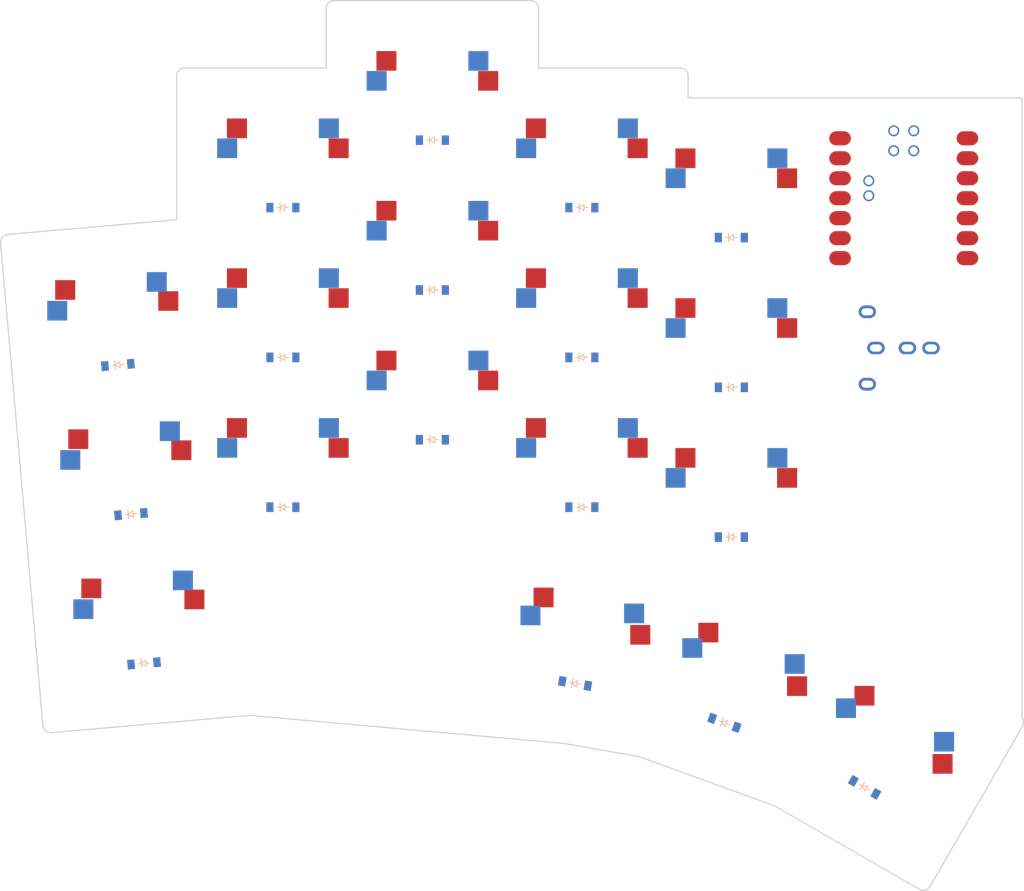
<source format=kicad_pcb>

            
(kicad_pcb (version 20171130) (host pcbnew 5.1.6)

  (page A3)
  (title_block
    (title mine)
    (rev v1.0.0)
    (company Unknown)
  )

  (general
    (thickness 1.6)
  )

  (layers
    (0 F.Cu signal)
    (31 B.Cu signal)
    (32 B.Adhes user)
    (33 F.Adhes user)
    (34 B.Paste user)
    (35 F.Paste user)
    (36 B.SilkS user)
    (37 F.SilkS user)
    (38 B.Mask user)
    (39 F.Mask user)
    (40 Dwgs.User user)
    (41 Cmts.User user)
    (42 Eco1.User user)
    (43 Eco2.User user)
    (44 Edge.Cuts user)
    (45 Margin user)
    (46 B.CrtYd user)
    (47 F.CrtYd user)
    (48 B.Fab user)
    (49 F.Fab user)
  )

  (setup
    (last_trace_width 0.25)
    (trace_clearance 0.2)
    (zone_clearance 0.508)
    (zone_45_only no)
    (trace_min 0.2)
    (via_size 0.8)
    (via_drill 0.4)
    (via_min_size 0.4)
    (via_min_drill 0.3)
    (uvia_size 0.3)
    (uvia_drill 0.1)
    (uvias_allowed no)
    (uvia_min_size 0.2)
    (uvia_min_drill 0.1)
    (edge_width 0.05)
    (segment_width 0.2)
    (pcb_text_width 0.3)
    (pcb_text_size 1.5 1.5)
    (mod_edge_width 0.12)
    (mod_text_size 1 1)
    (mod_text_width 0.15)
    (pad_size 1.524 1.524)
    (pad_drill 0.762)
    (pad_to_mask_clearance 0.05)
    (aux_axis_origin 0 0)
    (visible_elements FFFFFF7F)
    (pcbplotparams
      (layerselection 0x010fc_ffffffff)
      (usegerberextensions false)
      (usegerberattributes true)
      (usegerberadvancedattributes true)
      (creategerberjobfile true)
      (excludeedgelayer true)
      (linewidth 0.100000)
      (plotframeref false)
      (viasonmask false)
      (mode 1)
      (useauxorigin false)
      (hpglpennumber 1)
      (hpglpenspeed 20)
      (hpglpendiameter 15.000000)
      (psnegative false)
      (psa4output false)
      (plotreference true)
      (plotvalue true)
      (plotinvisibletext false)
      (padsonsilk false)
      (subtractmaskfromsilk false)
      (outputformat 1)
      (mirror false)
      (drillshape 1)
      (scaleselection 1)
      (outputdirectory ""))
  )

            (net 0 "")
(net 1 "pinky_bottom")
(net 2 "COL_Pink")
(net 3 "ROW_Bot")
(net 4 "pinky_home")
(net 5 "ROW_Home")
(net 6 "pinky_top")
(net 7 "ROW_Top")
(net 8 "ring_bottom")
(net 9 "COL_Ring")
(net 10 "ring_home")
(net 11 "ring_top")
(net 12 "middle_bottom")
(net 13 "COL_Midd")
(net 14 "middle_home")
(net 15 "middle_top")
(net 16 "index_bottom")
(net 17 "COL_Indx")
(net 18 "index_home")
(net 19 "index_top")
(net 20 "inner_bottom")
(net 21 "COL_Innr")
(net 22 "inner_home")
(net 23 "inner_top")
(net 24 "tucky_thumb_row")
(net 25 "ROW_Thumb")
(net 26 "homey_thumb_row")
(net 27 "reachy_thumb_row")
(net 28 "GND")
(net 29 "test1")
(net 30 "D6")
(net 31 "D10")
(net 32 "CLK")
(net 33 "DIO")
(net 34 "RST")
(net 35 "BATP")
(net 36 "BATN")
(net 37 "5V")
(net 38 "3V3")
            
  (net_class Default "This is the default net class."
    (clearance 0.2)
    (trace_width 0.25)
    (via_dia 0.8)
    (via_drill 0.4)
    (uvia_dia 0.3)
    (uvia_drill 0.1)
    (add_net "")
(add_net "pinky_bottom")
(add_net "COL_Pink")
(add_net "ROW_Bot")
(add_net "pinky_home")
(add_net "ROW_Home")
(add_net "pinky_top")
(add_net "ROW_Top")
(add_net "ring_bottom")
(add_net "COL_Ring")
(add_net "ring_home")
(add_net "ring_top")
(add_net "middle_bottom")
(add_net "COL_Midd")
(add_net "middle_home")
(add_net "middle_top")
(add_net "index_bottom")
(add_net "COL_Indx")
(add_net "index_home")
(add_net "index_top")
(add_net "inner_bottom")
(add_net "COL_Innr")
(add_net "inner_home")
(add_net "inner_top")
(add_net "tucky_thumb_row")
(add_net "ROW_Thumb")
(add_net "homey_thumb_row")
(add_net "reachy_thumb_row")
(add_net "GND")
(add_net "test1")
(add_net "D6")
(add_net "D10")
(add_net "CLK")
(add_net "DIO")
(add_net "RST")
(add_net "BATP")
(add_net "BATN")
(add_net "5V")
(add_net "3V3")
  )

            
        
      (module MX (layer F.Cu) (tedit 5DD4F656)
      (at 0 0 5)

      
      (fp_text reference "S1" (at 0 0) (layer F.SilkS) hide (effects (font (size 1.27 1.27) (thickness 0.15))))
      (fp_text value "" (at 0 0) (layer F.SilkS) hide (effects (font (size 1.27 1.27) (thickness 0.15))))

      
      (fp_line (start -7 -6) (end -7 -7) (layer Dwgs.User) (width 0.15))
      (fp_line (start -7 7) (end -6 7) (layer Dwgs.User) (width 0.15))
      (fp_line (start -6 -7) (end -7 -7) (layer Dwgs.User) (width 0.15))
      (fp_line (start -7 7) (end -7 6) (layer Dwgs.User) (width 0.15))
      (fp_line (start 7 6) (end 7 7) (layer Dwgs.User) (width 0.15))
      (fp_line (start 7 -7) (end 6 -7) (layer Dwgs.User) (width 0.15))
      (fp_line (start 6 7) (end 7 7) (layer Dwgs.User) (width 0.15))
      (fp_line (start 7 -7) (end 7 -6) (layer Dwgs.User) (width 0.15))
    
      
      (pad "" np_thru_hole circle (at 0 0) (size 3.9878 3.9878) (drill 3.9878) (layers *.Cu *.Mask))

      
      (pad "" np_thru_hole circle (at 5.08 0) (size 1.7018 1.7018) (drill 1.7018) (layers *.Cu *.Mask))
      (pad "" np_thru_hole circle (at -5.08 0) (size 1.7018 1.7018) (drill 1.7018) (layers *.Cu *.Mask))
      
        
        
        
        (pad "" np_thru_hole circle (at 2.54 -5.08) (size 3 3) (drill 3) (layers *.Cu *.Mask))
        (pad "" np_thru_hole circle (at -3.81 -2.54) (size 3 3) (drill 3) (layers *.Cu *.Mask))
        
        
        (pad 1 smd rect (at -7.085 -2.54 180) (size 2.55 2.5) (layers B.Cu B.Paste B.Mask) (net 1 "pinky_bottom"))
        (pad 2 smd rect (at 5.842 -5.08 180) (size 2.55 2.5) (layers B.Cu B.Paste B.Mask) (net 2 "COL_Pink"))
        
        
        
        (pad "" np_thru_hole circle (at -2.54 -5.08) (size 3 3) (drill 3) (layers *.Cu *.Mask))
        (pad "" np_thru_hole circle (at 3.81 -2.54) (size 3 3) (drill 3) (layers *.Cu *.Mask))
        
        
        (pad 1 smd rect (at 7.085 -2.54 180) (size 2.55 2.5) (layers F.Cu F.Paste F.Mask) (net 1 "pinky_bottom"))
        (pad 2 smd rect (at -5.842 -5.08 180) (size 2.55 2.5) (layers F.Cu F.Paste F.Mask) (net 2 "COL_Pink"))
        )
        

  
    (module ComboDiode (layer F.Cu) (tedit 5B24D78E)


        (at 0.4357787 4.9809735 5)

        
        (fp_text reference "D1" (at 0 0) (layer F.SilkS) hide (effects (font (size 1.27 1.27) (thickness 0.15))))
        (fp_text value "" (at 0 0) (layer F.SilkS) hide (effects (font (size 1.27 1.27) (thickness 0.15))))
        
        
        (fp_line (start 0.25 0) (end 0.75 0) (layer F.SilkS) (width 0.1))
        (fp_line (start 0.25 0.4) (end -0.35 0) (layer F.SilkS) (width 0.1))
        (fp_line (start 0.25 -0.4) (end 0.25 0.4) (layer F.SilkS) (width 0.1))
        (fp_line (start -0.35 0) (end 0.25 -0.4) (layer F.SilkS) (width 0.1))
        (fp_line (start -0.35 0) (end -0.35 0.55) (layer F.SilkS) (width 0.1))
        (fp_line (start -0.35 0) (end -0.35 -0.55) (layer F.SilkS) (width 0.1))
        (fp_line (start -0.75 0) (end -0.35 0) (layer F.SilkS) (width 0.1))
        (fp_line (start 0.25 0) (end 0.75 0) (layer B.SilkS) (width 0.1))
        (fp_line (start 0.25 0.4) (end -0.35 0) (layer B.SilkS) (width 0.1))
        (fp_line (start 0.25 -0.4) (end 0.25 0.4) (layer B.SilkS) (width 0.1))
        (fp_line (start -0.35 0) (end 0.25 -0.4) (layer B.SilkS) (width 0.1))
        (fp_line (start -0.35 0) (end -0.35 0.55) (layer B.SilkS) (width 0.1))
        (fp_line (start -0.35 0) (end -0.35 -0.55) (layer B.SilkS) (width 0.1))
        (fp_line (start -0.75 0) (end -0.35 0) (layer B.SilkS) (width 0.1))
    
        
        (pad 1 smd rect (at -1.65 0 5) (size 0.9 1.2) (layers F.Cu F.Paste F.Mask) (net 3 "ROW_Bot"))
        (pad 2 smd rect (at 1.65 0 5) (size 0.9 1.2) (layers B.Cu B.Paste B.Mask) (net 1 "pinky_bottom"))
        (pad 1 smd rect (at -1.65 0 5) (size 0.9 1.2) (layers B.Cu B.Paste B.Mask) (net 3 "ROW_Bot"))
        (pad 2 smd rect (at 1.65 0 5) (size 0.9 1.2) (layers F.Cu F.Paste F.Mask) (net 1 "pinky_bottom"))
        
        
        
        

        
        (model "/usr/share/kicad/3dmodels/Diode_SMD.3dshapes/D_SOD-123.wrl"
          (offset (xyz 0 0 0))
          (scale (xyz 1 1 1))
          (rotate (xyz 0 0 0))
        )
    )
  
    

        
      (module MX (layer F.Cu) (tedit 5DD4F656)
      (at -1.6603169 -18.977509 5)

      
      (fp_text reference "S2" (at 0 0) (layer F.SilkS) hide (effects (font (size 1.27 1.27) (thickness 0.15))))
      (fp_text value "" (at 0 0) (layer F.SilkS) hide (effects (font (size 1.27 1.27) (thickness 0.15))))

      
      (fp_line (start -7 -6) (end -7 -7) (layer Dwgs.User) (width 0.15))
      (fp_line (start -7 7) (end -6 7) (layer Dwgs.User) (width 0.15))
      (fp_line (start -6 -7) (end -7 -7) (layer Dwgs.User) (width 0.15))
      (fp_line (start -7 7) (end -7 6) (layer Dwgs.User) (width 0.15))
      (fp_line (start 7 6) (end 7 7) (layer Dwgs.User) (width 0.15))
      (fp_line (start 7 -7) (end 6 -7) (layer Dwgs.User) (width 0.15))
      (fp_line (start 6 7) (end 7 7) (layer Dwgs.User) (width 0.15))
      (fp_line (start 7 -7) (end 7 -6) (layer Dwgs.User) (width 0.15))
    
      
      (pad "" np_thru_hole circle (at 0 0) (size 3.9878 3.9878) (drill 3.9878) (layers *.Cu *.Mask))

      
      (pad "" np_thru_hole circle (at 5.08 0) (size 1.7018 1.7018) (drill 1.7018) (layers *.Cu *.Mask))
      (pad "" np_thru_hole circle (at -5.08 0) (size 1.7018 1.7018) (drill 1.7018) (layers *.Cu *.Mask))
      
        
        
        
        (pad "" np_thru_hole circle (at 2.54 -5.08) (size 3 3) (drill 3) (layers *.Cu *.Mask))
        (pad "" np_thru_hole circle (at -3.81 -2.54) (size 3 3) (drill 3) (layers *.Cu *.Mask))
        
        
        (pad 1 smd rect (at -7.085 -2.54 180) (size 2.55 2.5) (layers B.Cu B.Paste B.Mask) (net 4 "pinky_home"))
        (pad 2 smd rect (at 5.842 -5.08 180) (size 2.55 2.5) (layers B.Cu B.Paste B.Mask) (net 2 "COL_Pink"))
        
        
        
        (pad "" np_thru_hole circle (at -2.54 -5.08) (size 3 3) (drill 3) (layers *.Cu *.Mask))
        (pad "" np_thru_hole circle (at 3.81 -2.54) (size 3 3) (drill 3) (layers *.Cu *.Mask))
        
        
        (pad 1 smd rect (at 7.085 -2.54 180) (size 2.55 2.5) (layers F.Cu F.Paste F.Mask) (net 4 "pinky_home"))
        (pad 2 smd rect (at -5.842 -5.08 180) (size 2.55 2.5) (layers F.Cu F.Paste F.Mask) (net 2 "COL_Pink"))
        )
        

  
    (module ComboDiode (layer F.Cu) (tedit 5B24D78E)


        (at -1.2245382 -13.9965355 5)

        
        (fp_text reference "D2" (at 0 0) (layer F.SilkS) hide (effects (font (size 1.27 1.27) (thickness 0.15))))
        (fp_text value "" (at 0 0) (layer F.SilkS) hide (effects (font (size 1.27 1.27) (thickness 0.15))))
        
        
        (fp_line (start 0.25 0) (end 0.75 0) (layer F.SilkS) (width 0.1))
        (fp_line (start 0.25 0.4) (end -0.35 0) (layer F.SilkS) (width 0.1))
        (fp_line (start 0.25 -0.4) (end 0.25 0.4) (layer F.SilkS) (width 0.1))
        (fp_line (start -0.35 0) (end 0.25 -0.4) (layer F.SilkS) (width 0.1))
        (fp_line (start -0.35 0) (end -0.35 0.55) (layer F.SilkS) (width 0.1))
        (fp_line (start -0.35 0) (end -0.35 -0.55) (layer F.SilkS) (width 0.1))
        (fp_line (start -0.75 0) (end -0.35 0) (layer F.SilkS) (width 0.1))
        (fp_line (start 0.25 0) (end 0.75 0) (layer B.SilkS) (width 0.1))
        (fp_line (start 0.25 0.4) (end -0.35 0) (layer B.SilkS) (width 0.1))
        (fp_line (start 0.25 -0.4) (end 0.25 0.4) (layer B.SilkS) (width 0.1))
        (fp_line (start -0.35 0) (end 0.25 -0.4) (layer B.SilkS) (width 0.1))
        (fp_line (start -0.35 0) (end -0.35 0.55) (layer B.SilkS) (width 0.1))
        (fp_line (start -0.35 0) (end -0.35 -0.55) (layer B.SilkS) (width 0.1))
        (fp_line (start -0.75 0) (end -0.35 0) (layer B.SilkS) (width 0.1))
    
        
        (pad 1 smd rect (at -1.65 0 5) (size 0.9 1.2) (layers F.Cu F.Paste F.Mask) (net 5 "ROW_Home"))
        (pad 2 smd rect (at 1.65 0 5) (size 0.9 1.2) (layers B.Cu B.Paste B.Mask) (net 4 "pinky_home"))
        (pad 1 smd rect (at -1.65 0 5) (size 0.9 1.2) (layers B.Cu B.Paste B.Mask) (net 5 "ROW_Home"))
        (pad 2 smd rect (at 1.65 0 5) (size 0.9 1.2) (layers F.Cu F.Paste F.Mask) (net 4 "pinky_home"))
        
        
        
        

        
        (model "/usr/share/kicad/3dmodels/Diode_SMD.3dshapes/D_SOD-123.wrl"
          (offset (xyz 0 0 0))
          (scale (xyz 1 1 1))
          (rotate (xyz 0 0 0))
        )
    )
  
    

        
      (module MX (layer F.Cu) (tedit 5DD4F656)
      (at -3.3206338 -37.955018 5)

      
      (fp_text reference "S3" (at 0 0) (layer F.SilkS) hide (effects (font (size 1.27 1.27) (thickness 0.15))))
      (fp_text value "" (at 0 0) (layer F.SilkS) hide (effects (font (size 1.27 1.27) (thickness 0.15))))

      
      (fp_line (start -7 -6) (end -7 -7) (layer Dwgs.User) (width 0.15))
      (fp_line (start -7 7) (end -6 7) (layer Dwgs.User) (width 0.15))
      (fp_line (start -6 -7) (end -7 -7) (layer Dwgs.User) (width 0.15))
      (fp_line (start -7 7) (end -7 6) (layer Dwgs.User) (width 0.15))
      (fp_line (start 7 6) (end 7 7) (layer Dwgs.User) (width 0.15))
      (fp_line (start 7 -7) (end 6 -7) (layer Dwgs.User) (width 0.15))
      (fp_line (start 6 7) (end 7 7) (layer Dwgs.User) (width 0.15))
      (fp_line (start 7 -7) (end 7 -6) (layer Dwgs.User) (width 0.15))
    
      
      (pad "" np_thru_hole circle (at 0 0) (size 3.9878 3.9878) (drill 3.9878) (layers *.Cu *.Mask))

      
      (pad "" np_thru_hole circle (at 5.08 0) (size 1.7018 1.7018) (drill 1.7018) (layers *.Cu *.Mask))
      (pad "" np_thru_hole circle (at -5.08 0) (size 1.7018 1.7018) (drill 1.7018) (layers *.Cu *.Mask))
      
        
        
        
        (pad "" np_thru_hole circle (at 2.54 -5.08) (size 3 3) (drill 3) (layers *.Cu *.Mask))
        (pad "" np_thru_hole circle (at -3.81 -2.54) (size 3 3) (drill 3) (layers *.Cu *.Mask))
        
        
        (pad 1 smd rect (at -7.085 -2.54 180) (size 2.55 2.5) (layers B.Cu B.Paste B.Mask) (net 6 "pinky_top"))
        (pad 2 smd rect (at 5.842 -5.08 180) (size 2.55 2.5) (layers B.Cu B.Paste B.Mask) (net 2 "COL_Pink"))
        
        
        
        (pad "" np_thru_hole circle (at -2.54 -5.08) (size 3 3) (drill 3) (layers *.Cu *.Mask))
        (pad "" np_thru_hole circle (at 3.81 -2.54) (size 3 3) (drill 3) (layers *.Cu *.Mask))
        
        
        (pad 1 smd rect (at 7.085 -2.54 180) (size 2.55 2.5) (layers F.Cu F.Paste F.Mask) (net 6 "pinky_top"))
        (pad 2 smd rect (at -5.842 -5.08 180) (size 2.55 2.5) (layers F.Cu F.Paste F.Mask) (net 2 "COL_Pink"))
        )
        

  
    (module ComboDiode (layer F.Cu) (tedit 5B24D78E)


        (at -2.8848551 -32.974044500000005 5)

        
        (fp_text reference "D3" (at 0 0) (layer F.SilkS) hide (effects (font (size 1.27 1.27) (thickness 0.15))))
        (fp_text value "" (at 0 0) (layer F.SilkS) hide (effects (font (size 1.27 1.27) (thickness 0.15))))
        
        
        (fp_line (start 0.25 0) (end 0.75 0) (layer F.SilkS) (width 0.1))
        (fp_line (start 0.25 0.4) (end -0.35 0) (layer F.SilkS) (width 0.1))
        (fp_line (start 0.25 -0.4) (end 0.25 0.4) (layer F.SilkS) (width 0.1))
        (fp_line (start -0.35 0) (end 0.25 -0.4) (layer F.SilkS) (width 0.1))
        (fp_line (start -0.35 0) (end -0.35 0.55) (layer F.SilkS) (width 0.1))
        (fp_line (start -0.35 0) (end -0.35 -0.55) (layer F.SilkS) (width 0.1))
        (fp_line (start -0.75 0) (end -0.35 0) (layer F.SilkS) (width 0.1))
        (fp_line (start 0.25 0) (end 0.75 0) (layer B.SilkS) (width 0.1))
        (fp_line (start 0.25 0.4) (end -0.35 0) (layer B.SilkS) (width 0.1))
        (fp_line (start 0.25 -0.4) (end 0.25 0.4) (layer B.SilkS) (width 0.1))
        (fp_line (start -0.35 0) (end 0.25 -0.4) (layer B.SilkS) (width 0.1))
        (fp_line (start -0.35 0) (end -0.35 0.55) (layer B.SilkS) (width 0.1))
        (fp_line (start -0.35 0) (end -0.35 -0.55) (layer B.SilkS) (width 0.1))
        (fp_line (start -0.75 0) (end -0.35 0) (layer B.SilkS) (width 0.1))
    
        
        (pad 1 smd rect (at -1.65 0 5) (size 0.9 1.2) (layers F.Cu F.Paste F.Mask) (net 7 "ROW_Top"))
        (pad 2 smd rect (at 1.65 0 5) (size 0.9 1.2) (layers B.Cu B.Paste B.Mask) (net 6 "pinky_top"))
        (pad 1 smd rect (at -1.65 0 5) (size 0.9 1.2) (layers B.Cu B.Paste B.Mask) (net 7 "ROW_Top"))
        (pad 2 smd rect (at 1.65 0 5) (size 0.9 1.2) (layers F.Cu F.Paste F.Mask) (net 6 "pinky_top"))
        
        
        
        

        
        (model "/usr/share/kicad/3dmodels/Diode_SMD.3dshapes/D_SOD-123.wrl"
          (offset (xyz 0 0 0))
          (scale (xyz 1 1 1))
          (rotate (xyz 0 0 0))
        )
    )
  
    

        
      (module MX (layer F.Cu) (tedit 5DD4F656)
      (at 18.0860318 -19.8833141 0)

      
      (fp_text reference "S4" (at 0 0) (layer F.SilkS) hide (effects (font (size 1.27 1.27) (thickness 0.15))))
      (fp_text value "" (at 0 0) (layer F.SilkS) hide (effects (font (size 1.27 1.27) (thickness 0.15))))

      
      (fp_line (start -7 -6) (end -7 -7) (layer Dwgs.User) (width 0.15))
      (fp_line (start -7 7) (end -6 7) (layer Dwgs.User) (width 0.15))
      (fp_line (start -6 -7) (end -7 -7) (layer Dwgs.User) (width 0.15))
      (fp_line (start -7 7) (end -7 6) (layer Dwgs.User) (width 0.15))
      (fp_line (start 7 6) (end 7 7) (layer Dwgs.User) (width 0.15))
      (fp_line (start 7 -7) (end 6 -7) (layer Dwgs.User) (width 0.15))
      (fp_line (start 6 7) (end 7 7) (layer Dwgs.User) (width 0.15))
      (fp_line (start 7 -7) (end 7 -6) (layer Dwgs.User) (width 0.15))
    
      
      (pad "" np_thru_hole circle (at 0 0) (size 3.9878 3.9878) (drill 3.9878) (layers *.Cu *.Mask))

      
      (pad "" np_thru_hole circle (at 5.08 0) (size 1.7018 1.7018) (drill 1.7018) (layers *.Cu *.Mask))
      (pad "" np_thru_hole circle (at -5.08 0) (size 1.7018 1.7018) (drill 1.7018) (layers *.Cu *.Mask))
      
        
        
        
        (pad "" np_thru_hole circle (at 2.54 -5.08) (size 3 3) (drill 3) (layers *.Cu *.Mask))
        (pad "" np_thru_hole circle (at -3.81 -2.54) (size 3 3) (drill 3) (layers *.Cu *.Mask))
        
        
        (pad 1 smd rect (at -7.085 -2.54 180) (size 2.55 2.5) (layers B.Cu B.Paste B.Mask) (net 8 "ring_bottom"))
        (pad 2 smd rect (at 5.842 -5.08 180) (size 2.55 2.5) (layers B.Cu B.Paste B.Mask) (net 9 "COL_Ring"))
        
        
        
        (pad "" np_thru_hole circle (at -2.54 -5.08) (size 3 3) (drill 3) (layers *.Cu *.Mask))
        (pad "" np_thru_hole circle (at 3.81 -2.54) (size 3 3) (drill 3) (layers *.Cu *.Mask))
        
        
        (pad 1 smd rect (at 7.085 -2.54 180) (size 2.55 2.5) (layers F.Cu F.Paste F.Mask) (net 8 "ring_bottom"))
        (pad 2 smd rect (at -5.842 -5.08 180) (size 2.55 2.5) (layers F.Cu F.Paste F.Mask) (net 9 "COL_Ring"))
        )
        

  
    (module ComboDiode (layer F.Cu) (tedit 5B24D78E)


        (at 18.0860318 -14.8833141 0)

        
        (fp_text reference "D4" (at 0 0) (layer F.SilkS) hide (effects (font (size 1.27 1.27) (thickness 0.15))))
        (fp_text value "" (at 0 0) (layer F.SilkS) hide (effects (font (size 1.27 1.27) (thickness 0.15))))
        
        
        (fp_line (start 0.25 0) (end 0.75 0) (layer F.SilkS) (width 0.1))
        (fp_line (start 0.25 0.4) (end -0.35 0) (layer F.SilkS) (width 0.1))
        (fp_line (start 0.25 -0.4) (end 0.25 0.4) (layer F.SilkS) (width 0.1))
        (fp_line (start -0.35 0) (end 0.25 -0.4) (layer F.SilkS) (width 0.1))
        (fp_line (start -0.35 0) (end -0.35 0.55) (layer F.SilkS) (width 0.1))
        (fp_line (start -0.35 0) (end -0.35 -0.55) (layer F.SilkS) (width 0.1))
        (fp_line (start -0.75 0) (end -0.35 0) (layer F.SilkS) (width 0.1))
        (fp_line (start 0.25 0) (end 0.75 0) (layer B.SilkS) (width 0.1))
        (fp_line (start 0.25 0.4) (end -0.35 0) (layer B.SilkS) (width 0.1))
        (fp_line (start 0.25 -0.4) (end 0.25 0.4) (layer B.SilkS) (width 0.1))
        (fp_line (start -0.35 0) (end 0.25 -0.4) (layer B.SilkS) (width 0.1))
        (fp_line (start -0.35 0) (end -0.35 0.55) (layer B.SilkS) (width 0.1))
        (fp_line (start -0.35 0) (end -0.35 -0.55) (layer B.SilkS) (width 0.1))
        (fp_line (start -0.75 0) (end -0.35 0) (layer B.SilkS) (width 0.1))
    
        
        (pad 1 smd rect (at -1.65 0 0) (size 0.9 1.2) (layers F.Cu F.Paste F.Mask) (net 3 "ROW_Bot"))
        (pad 2 smd rect (at 1.65 0 0) (size 0.9 1.2) (layers B.Cu B.Paste B.Mask) (net 8 "ring_bottom"))
        (pad 1 smd rect (at -1.65 0 0) (size 0.9 1.2) (layers B.Cu B.Paste B.Mask) (net 3 "ROW_Bot"))
        (pad 2 smd rect (at 1.65 0 0) (size 0.9 1.2) (layers F.Cu F.Paste F.Mask) (net 8 "ring_bottom"))
        
        
        
        

        
        (model "/usr/share/kicad/3dmodels/Diode_SMD.3dshapes/D_SOD-123.wrl"
          (offset (xyz 0 0 0))
          (scale (xyz 1 1 1))
          (rotate (xyz 0 0 0))
        )
    )
  
    

        
      (module MX (layer F.Cu) (tedit 5DD4F656)
      (at 18.0860318 -38.933314100000004 0)

      
      (fp_text reference "S5" (at 0 0) (layer F.SilkS) hide (effects (font (size 1.27 1.27) (thickness 0.15))))
      (fp_text value "" (at 0 0) (layer F.SilkS) hide (effects (font (size 1.27 1.27) (thickness 0.15))))

      
      (fp_line (start -7 -6) (end -7 -7) (layer Dwgs.User) (width 0.15))
      (fp_line (start -7 7) (end -6 7) (layer Dwgs.User) (width 0.15))
      (fp_line (start -6 -7) (end -7 -7) (layer Dwgs.User) (width 0.15))
      (fp_line (start -7 7) (end -7 6) (layer Dwgs.User) (width 0.15))
      (fp_line (start 7 6) (end 7 7) (layer Dwgs.User) (width 0.15))
      (fp_line (start 7 -7) (end 6 -7) (layer Dwgs.User) (width 0.15))
      (fp_line (start 6 7) (end 7 7) (layer Dwgs.User) (width 0.15))
      (fp_line (start 7 -7) (end 7 -6) (layer Dwgs.User) (width 0.15))
    
      
      (pad "" np_thru_hole circle (at 0 0) (size 3.9878 3.9878) (drill 3.9878) (layers *.Cu *.Mask))

      
      (pad "" np_thru_hole circle (at 5.08 0) (size 1.7018 1.7018) (drill 1.7018) (layers *.Cu *.Mask))
      (pad "" np_thru_hole circle (at -5.08 0) (size 1.7018 1.7018) (drill 1.7018) (layers *.Cu *.Mask))
      
        
        
        
        (pad "" np_thru_hole circle (at 2.54 -5.08) (size 3 3) (drill 3) (layers *.Cu *.Mask))
        (pad "" np_thru_hole circle (at -3.81 -2.54) (size 3 3) (drill 3) (layers *.Cu *.Mask))
        
        
        (pad 1 smd rect (at -7.085 -2.54 180) (size 2.55 2.5) (layers B.Cu B.Paste B.Mask) (net 10 "ring_home"))
        (pad 2 smd rect (at 5.842 -5.08 180) (size 2.55 2.5) (layers B.Cu B.Paste B.Mask) (net 9 "COL_Ring"))
        
        
        
        (pad "" np_thru_hole circle (at -2.54 -5.08) (size 3 3) (drill 3) (layers *.Cu *.Mask))
        (pad "" np_thru_hole circle (at 3.81 -2.54) (size 3 3) (drill 3) (layers *.Cu *.Mask))
        
        
        (pad 1 smd rect (at 7.085 -2.54 180) (size 2.55 2.5) (layers F.Cu F.Paste F.Mask) (net 10 "ring_home"))
        (pad 2 smd rect (at -5.842 -5.08 180) (size 2.55 2.5) (layers F.Cu F.Paste F.Mask) (net 9 "COL_Ring"))
        )
        

  
    (module ComboDiode (layer F.Cu) (tedit 5B24D78E)


        (at 18.0860318 -33.933314100000004 0)

        
        (fp_text reference "D5" (at 0 0) (layer F.SilkS) hide (effects (font (size 1.27 1.27) (thickness 0.15))))
        (fp_text value "" (at 0 0) (layer F.SilkS) hide (effects (font (size 1.27 1.27) (thickness 0.15))))
        
        
        (fp_line (start 0.25 0) (end 0.75 0) (layer F.SilkS) (width 0.1))
        (fp_line (start 0.25 0.4) (end -0.35 0) (layer F.SilkS) (width 0.1))
        (fp_line (start 0.25 -0.4) (end 0.25 0.4) (layer F.SilkS) (width 0.1))
        (fp_line (start -0.35 0) (end 0.25 -0.4) (layer F.SilkS) (width 0.1))
        (fp_line (start -0.35 0) (end -0.35 0.55) (layer F.SilkS) (width 0.1))
        (fp_line (start -0.35 0) (end -0.35 -0.55) (layer F.SilkS) (width 0.1))
        (fp_line (start -0.75 0) (end -0.35 0) (layer F.SilkS) (width 0.1))
        (fp_line (start 0.25 0) (end 0.75 0) (layer B.SilkS) (width 0.1))
        (fp_line (start 0.25 0.4) (end -0.35 0) (layer B.SilkS) (width 0.1))
        (fp_line (start 0.25 -0.4) (end 0.25 0.4) (layer B.SilkS) (width 0.1))
        (fp_line (start -0.35 0) (end 0.25 -0.4) (layer B.SilkS) (width 0.1))
        (fp_line (start -0.35 0) (end -0.35 0.55) (layer B.SilkS) (width 0.1))
        (fp_line (start -0.35 0) (end -0.35 -0.55) (layer B.SilkS) (width 0.1))
        (fp_line (start -0.75 0) (end -0.35 0) (layer B.SilkS) (width 0.1))
    
        
        (pad 1 smd rect (at -1.65 0 0) (size 0.9 1.2) (layers F.Cu F.Paste F.Mask) (net 5 "ROW_Home"))
        (pad 2 smd rect (at 1.65 0 0) (size 0.9 1.2) (layers B.Cu B.Paste B.Mask) (net 10 "ring_home"))
        (pad 1 smd rect (at -1.65 0 0) (size 0.9 1.2) (layers B.Cu B.Paste B.Mask) (net 5 "ROW_Home"))
        (pad 2 smd rect (at 1.65 0 0) (size 0.9 1.2) (layers F.Cu F.Paste F.Mask) (net 10 "ring_home"))
        
        
        
        

        
        (model "/usr/share/kicad/3dmodels/Diode_SMD.3dshapes/D_SOD-123.wrl"
          (offset (xyz 0 0 0))
          (scale (xyz 1 1 1))
          (rotate (xyz 0 0 0))
        )
    )
  
    

        
      (module MX (layer F.Cu) (tedit 5DD4F656)
      (at 18.0860318 -57.9833141 0)

      
      (fp_text reference "S6" (at 0 0) (layer F.SilkS) hide (effects (font (size 1.27 1.27) (thickness 0.15))))
      (fp_text value "" (at 0 0) (layer F.SilkS) hide (effects (font (size 1.27 1.27) (thickness 0.15))))

      
      (fp_line (start -7 -6) (end -7 -7) (layer Dwgs.User) (width 0.15))
      (fp_line (start -7 7) (end -6 7) (layer Dwgs.User) (width 0.15))
      (fp_line (start -6 -7) (end -7 -7) (layer Dwgs.User) (width 0.15))
      (fp_line (start -7 7) (end -7 6) (layer Dwgs.User) (width 0.15))
      (fp_line (start 7 6) (end 7 7) (layer Dwgs.User) (width 0.15))
      (fp_line (start 7 -7) (end 6 -7) (layer Dwgs.User) (width 0.15))
      (fp_line (start 6 7) (end 7 7) (layer Dwgs.User) (width 0.15))
      (fp_line (start 7 -7) (end 7 -6) (layer Dwgs.User) (width 0.15))
    
      
      (pad "" np_thru_hole circle (at 0 0) (size 3.9878 3.9878) (drill 3.9878) (layers *.Cu *.Mask))

      
      (pad "" np_thru_hole circle (at 5.08 0) (size 1.7018 1.7018) (drill 1.7018) (layers *.Cu *.Mask))
      (pad "" np_thru_hole circle (at -5.08 0) (size 1.7018 1.7018) (drill 1.7018) (layers *.Cu *.Mask))
      
        
        
        
        (pad "" np_thru_hole circle (at 2.54 -5.08) (size 3 3) (drill 3) (layers *.Cu *.Mask))
        (pad "" np_thru_hole circle (at -3.81 -2.54) (size 3 3) (drill 3) (layers *.Cu *.Mask))
        
        
        (pad 1 smd rect (at -7.085 -2.54 180) (size 2.55 2.5) (layers B.Cu B.Paste B.Mask) (net 11 "ring_top"))
        (pad 2 smd rect (at 5.842 -5.08 180) (size 2.55 2.5) (layers B.Cu B.Paste B.Mask) (net 9 "COL_Ring"))
        
        
        
        (pad "" np_thru_hole circle (at -2.54 -5.08) (size 3 3) (drill 3) (layers *.Cu *.Mask))
        (pad "" np_thru_hole circle (at 3.81 -2.54) (size 3 3) (drill 3) (layers *.Cu *.Mask))
        
        
        (pad 1 smd rect (at 7.085 -2.54 180) (size 2.55 2.5) (layers F.Cu F.Paste F.Mask) (net 11 "ring_top"))
        (pad 2 smd rect (at -5.842 -5.08 180) (size 2.55 2.5) (layers F.Cu F.Paste F.Mask) (net 9 "COL_Ring"))
        )
        

  
    (module ComboDiode (layer F.Cu) (tedit 5B24D78E)


        (at 18.0860318 -52.9833141 0)

        
        (fp_text reference "D6" (at 0 0) (layer F.SilkS) hide (effects (font (size 1.27 1.27) (thickness 0.15))))
        (fp_text value "" (at 0 0) (layer F.SilkS) hide (effects (font (size 1.27 1.27) (thickness 0.15))))
        
        
        (fp_line (start 0.25 0) (end 0.75 0) (layer F.SilkS) (width 0.1))
        (fp_line (start 0.25 0.4) (end -0.35 0) (layer F.SilkS) (width 0.1))
        (fp_line (start 0.25 -0.4) (end 0.25 0.4) (layer F.SilkS) (width 0.1))
        (fp_line (start -0.35 0) (end 0.25 -0.4) (layer F.SilkS) (width 0.1))
        (fp_line (start -0.35 0) (end -0.35 0.55) (layer F.SilkS) (width 0.1))
        (fp_line (start -0.35 0) (end -0.35 -0.55) (layer F.SilkS) (width 0.1))
        (fp_line (start -0.75 0) (end -0.35 0) (layer F.SilkS) (width 0.1))
        (fp_line (start 0.25 0) (end 0.75 0) (layer B.SilkS) (width 0.1))
        (fp_line (start 0.25 0.4) (end -0.35 0) (layer B.SilkS) (width 0.1))
        (fp_line (start 0.25 -0.4) (end 0.25 0.4) (layer B.SilkS) (width 0.1))
        (fp_line (start -0.35 0) (end 0.25 -0.4) (layer B.SilkS) (width 0.1))
        (fp_line (start -0.35 0) (end -0.35 0.55) (layer B.SilkS) (width 0.1))
        (fp_line (start -0.35 0) (end -0.35 -0.55) (layer B.SilkS) (width 0.1))
        (fp_line (start -0.75 0) (end -0.35 0) (layer B.SilkS) (width 0.1))
    
        
        (pad 1 smd rect (at -1.65 0 0) (size 0.9 1.2) (layers F.Cu F.Paste F.Mask) (net 7 "ROW_Top"))
        (pad 2 smd rect (at 1.65 0 0) (size 0.9 1.2) (layers B.Cu B.Paste B.Mask) (net 11 "ring_top"))
        (pad 1 smd rect (at -1.65 0 0) (size 0.9 1.2) (layers B.Cu B.Paste B.Mask) (net 7 "ROW_Top"))
        (pad 2 smd rect (at 1.65 0 0) (size 0.9 1.2) (layers F.Cu F.Paste F.Mask) (net 11 "ring_top"))
        
        
        
        

        
        (model "/usr/share/kicad/3dmodels/Diode_SMD.3dshapes/D_SOD-123.wrl"
          (offset (xyz 0 0 0))
          (scale (xyz 1 1 1))
          (rotate (xyz 0 0 0))
        )
    )
  
    

        
      (module MX (layer F.Cu) (tedit 5DD4F656)
      (at 37.0860317 -28.4558142 0)

      
      (fp_text reference "S7" (at 0 0) (layer F.SilkS) hide (effects (font (size 1.27 1.27) (thickness 0.15))))
      (fp_text value "" (at 0 0) (layer F.SilkS) hide (effects (font (size 1.27 1.27) (thickness 0.15))))

      
      (fp_line (start -7 -6) (end -7 -7) (layer Dwgs.User) (width 0.15))
      (fp_line (start -7 7) (end -6 7) (layer Dwgs.User) (width 0.15))
      (fp_line (start -6 -7) (end -7 -7) (layer Dwgs.User) (width 0.15))
      (fp_line (start -7 7) (end -7 6) (layer Dwgs.User) (width 0.15))
      (fp_line (start 7 6) (end 7 7) (layer Dwgs.User) (width 0.15))
      (fp_line (start 7 -7) (end 6 -7) (layer Dwgs.User) (width 0.15))
      (fp_line (start 6 7) (end 7 7) (layer Dwgs.User) (width 0.15))
      (fp_line (start 7 -7) (end 7 -6) (layer Dwgs.User) (width 0.15))
    
      
      (pad "" np_thru_hole circle (at 0 0) (size 3.9878 3.9878) (drill 3.9878) (layers *.Cu *.Mask))

      
      (pad "" np_thru_hole circle (at 5.08 0) (size 1.7018 1.7018) (drill 1.7018) (layers *.Cu *.Mask))
      (pad "" np_thru_hole circle (at -5.08 0) (size 1.7018 1.7018) (drill 1.7018) (layers *.Cu *.Mask))
      
        
        
        
        (pad "" np_thru_hole circle (at 2.54 -5.08) (size 3 3) (drill 3) (layers *.Cu *.Mask))
        (pad "" np_thru_hole circle (at -3.81 -2.54) (size 3 3) (drill 3) (layers *.Cu *.Mask))
        
        
        (pad 1 smd rect (at -7.085 -2.54 180) (size 2.55 2.5) (layers B.Cu B.Paste B.Mask) (net 12 "middle_bottom"))
        (pad 2 smd rect (at 5.842 -5.08 180) (size 2.55 2.5) (layers B.Cu B.Paste B.Mask) (net 13 "COL_Midd"))
        
        
        
        (pad "" np_thru_hole circle (at -2.54 -5.08) (size 3 3) (drill 3) (layers *.Cu *.Mask))
        (pad "" np_thru_hole circle (at 3.81 -2.54) (size 3 3) (drill 3) (layers *.Cu *.Mask))
        
        
        (pad 1 smd rect (at 7.085 -2.54 180) (size 2.55 2.5) (layers F.Cu F.Paste F.Mask) (net 12 "middle_bottom"))
        (pad 2 smd rect (at -5.842 -5.08 180) (size 2.55 2.5) (layers F.Cu F.Paste F.Mask) (net 13 "COL_Midd"))
        )
        

  
    (module ComboDiode (layer F.Cu) (tedit 5B24D78E)


        (at 37.0860317 -23.4558142 0)

        
        (fp_text reference "D7" (at 0 0) (layer F.SilkS) hide (effects (font (size 1.27 1.27) (thickness 0.15))))
        (fp_text value "" (at 0 0) (layer F.SilkS) hide (effects (font (size 1.27 1.27) (thickness 0.15))))
        
        
        (fp_line (start 0.25 0) (end 0.75 0) (layer F.SilkS) (width 0.1))
        (fp_line (start 0.25 0.4) (end -0.35 0) (layer F.SilkS) (width 0.1))
        (fp_line (start 0.25 -0.4) (end 0.25 0.4) (layer F.SilkS) (width 0.1))
        (fp_line (start -0.35 0) (end 0.25 -0.4) (layer F.SilkS) (width 0.1))
        (fp_line (start -0.35 0) (end -0.35 0.55) (layer F.SilkS) (width 0.1))
        (fp_line (start -0.35 0) (end -0.35 -0.55) (layer F.SilkS) (width 0.1))
        (fp_line (start -0.75 0) (end -0.35 0) (layer F.SilkS) (width 0.1))
        (fp_line (start 0.25 0) (end 0.75 0) (layer B.SilkS) (width 0.1))
        (fp_line (start 0.25 0.4) (end -0.35 0) (layer B.SilkS) (width 0.1))
        (fp_line (start 0.25 -0.4) (end 0.25 0.4) (layer B.SilkS) (width 0.1))
        (fp_line (start -0.35 0) (end 0.25 -0.4) (layer B.SilkS) (width 0.1))
        (fp_line (start -0.35 0) (end -0.35 0.55) (layer B.SilkS) (width 0.1))
        (fp_line (start -0.35 0) (end -0.35 -0.55) (layer B.SilkS) (width 0.1))
        (fp_line (start -0.75 0) (end -0.35 0) (layer B.SilkS) (width 0.1))
    
        
        (pad 1 smd rect (at -1.65 0 0) (size 0.9 1.2) (layers F.Cu F.Paste F.Mask) (net 3 "ROW_Bot"))
        (pad 2 smd rect (at 1.65 0 0) (size 0.9 1.2) (layers B.Cu B.Paste B.Mask) (net 12 "middle_bottom"))
        (pad 1 smd rect (at -1.65 0 0) (size 0.9 1.2) (layers B.Cu B.Paste B.Mask) (net 3 "ROW_Bot"))
        (pad 2 smd rect (at 1.65 0 0) (size 0.9 1.2) (layers F.Cu F.Paste F.Mask) (net 12 "middle_bottom"))
        
        
        
        

        
        (model "/usr/share/kicad/3dmodels/Diode_SMD.3dshapes/D_SOD-123.wrl"
          (offset (xyz 0 0 0))
          (scale (xyz 1 1 1))
          (rotate (xyz 0 0 0))
        )
    )
  
    

        
      (module MX (layer F.Cu) (tedit 5DD4F656)
      (at 37.0860317 -47.5058142 0)

      
      (fp_text reference "S8" (at 0 0) (layer F.SilkS) hide (effects (font (size 1.27 1.27) (thickness 0.15))))
      (fp_text value "" (at 0 0) (layer F.SilkS) hide (effects (font (size 1.27 1.27) (thickness 0.15))))

      
      (fp_line (start -7 -6) (end -7 -7) (layer Dwgs.User) (width 0.15))
      (fp_line (start -7 7) (end -6 7) (layer Dwgs.User) (width 0.15))
      (fp_line (start -6 -7) (end -7 -7) (layer Dwgs.User) (width 0.15))
      (fp_line (start -7 7) (end -7 6) (layer Dwgs.User) (width 0.15))
      (fp_line (start 7 6) (end 7 7) (layer Dwgs.User) (width 0.15))
      (fp_line (start 7 -7) (end 6 -7) (layer Dwgs.User) (width 0.15))
      (fp_line (start 6 7) (end 7 7) (layer Dwgs.User) (width 0.15))
      (fp_line (start 7 -7) (end 7 -6) (layer Dwgs.User) (width 0.15))
    
      
      (pad "" np_thru_hole circle (at 0 0) (size 3.9878 3.9878) (drill 3.9878) (layers *.Cu *.Mask))

      
      (pad "" np_thru_hole circle (at 5.08 0) (size 1.7018 1.7018) (drill 1.7018) (layers *.Cu *.Mask))
      (pad "" np_thru_hole circle (at -5.08 0) (size 1.7018 1.7018) (drill 1.7018) (layers *.Cu *.Mask))
      
        
        
        
        (pad "" np_thru_hole circle (at 2.54 -5.08) (size 3 3) (drill 3) (layers *.Cu *.Mask))
        (pad "" np_thru_hole circle (at -3.81 -2.54) (size 3 3) (drill 3) (layers *.Cu *.Mask))
        
        
        (pad 1 smd rect (at -7.085 -2.54 180) (size 2.55 2.5) (layers B.Cu B.Paste B.Mask) (net 14 "middle_home"))
        (pad 2 smd rect (at 5.842 -5.08 180) (size 2.55 2.5) (layers B.Cu B.Paste B.Mask) (net 13 "COL_Midd"))
        
        
        
        (pad "" np_thru_hole circle (at -2.54 -5.08) (size 3 3) (drill 3) (layers *.Cu *.Mask))
        (pad "" np_thru_hole circle (at 3.81 -2.54) (size 3 3) (drill 3) (layers *.Cu *.Mask))
        
        
        (pad 1 smd rect (at 7.085 -2.54 180) (size 2.55 2.5) (layers F.Cu F.Paste F.Mask) (net 14 "middle_home"))
        (pad 2 smd rect (at -5.842 -5.08 180) (size 2.55 2.5) (layers F.Cu F.Paste F.Mask) (net 13 "COL_Midd"))
        )
        

  
    (module ComboDiode (layer F.Cu) (tedit 5B24D78E)


        (at 37.0860317 -42.5058142 0)

        
        (fp_text reference "D8" (at 0 0) (layer F.SilkS) hide (effects (font (size 1.27 1.27) (thickness 0.15))))
        (fp_text value "" (at 0 0) (layer F.SilkS) hide (effects (font (size 1.27 1.27) (thickness 0.15))))
        
        
        (fp_line (start 0.25 0) (end 0.75 0) (layer F.SilkS) (width 0.1))
        (fp_line (start 0.25 0.4) (end -0.35 0) (layer F.SilkS) (width 0.1))
        (fp_line (start 0.25 -0.4) (end 0.25 0.4) (layer F.SilkS) (width 0.1))
        (fp_line (start -0.35 0) (end 0.25 -0.4) (layer F.SilkS) (width 0.1))
        (fp_line (start -0.35 0) (end -0.35 0.55) (layer F.SilkS) (width 0.1))
        (fp_line (start -0.35 0) (end -0.35 -0.55) (layer F.SilkS) (width 0.1))
        (fp_line (start -0.75 0) (end -0.35 0) (layer F.SilkS) (width 0.1))
        (fp_line (start 0.25 0) (end 0.75 0) (layer B.SilkS) (width 0.1))
        (fp_line (start 0.25 0.4) (end -0.35 0) (layer B.SilkS) (width 0.1))
        (fp_line (start 0.25 -0.4) (end 0.25 0.4) (layer B.SilkS) (width 0.1))
        (fp_line (start -0.35 0) (end 0.25 -0.4) (layer B.SilkS) (width 0.1))
        (fp_line (start -0.35 0) (end -0.35 0.55) (layer B.SilkS) (width 0.1))
        (fp_line (start -0.35 0) (end -0.35 -0.55) (layer B.SilkS) (width 0.1))
        (fp_line (start -0.75 0) (end -0.35 0) (layer B.SilkS) (width 0.1))
    
        
        (pad 1 smd rect (at -1.65 0 0) (size 0.9 1.2) (layers F.Cu F.Paste F.Mask) (net 5 "ROW_Home"))
        (pad 2 smd rect (at 1.65 0 0) (size 0.9 1.2) (layers B.Cu B.Paste B.Mask) (net 14 "middle_home"))
        (pad 1 smd rect (at -1.65 0 0) (size 0.9 1.2) (layers B.Cu B.Paste B.Mask) (net 5 "ROW_Home"))
        (pad 2 smd rect (at 1.65 0 0) (size 0.9 1.2) (layers F.Cu F.Paste F.Mask) (net 14 "middle_home"))
        
        
        
        

        
        (model "/usr/share/kicad/3dmodels/Diode_SMD.3dshapes/D_SOD-123.wrl"
          (offset (xyz 0 0 0))
          (scale (xyz 1 1 1))
          (rotate (xyz 0 0 0))
        )
    )
  
    

        
      (module MX (layer F.Cu) (tedit 5DD4F656)
      (at 37.0860317 -66.5558142 0)

      
      (fp_text reference "S9" (at 0 0) (layer F.SilkS) hide (effects (font (size 1.27 1.27) (thickness 0.15))))
      (fp_text value "" (at 0 0) (layer F.SilkS) hide (effects (font (size 1.27 1.27) (thickness 0.15))))

      
      (fp_line (start -7 -6) (end -7 -7) (layer Dwgs.User) (width 0.15))
      (fp_line (start -7 7) (end -6 7) (layer Dwgs.User) (width 0.15))
      (fp_line (start -6 -7) (end -7 -7) (layer Dwgs.User) (width 0.15))
      (fp_line (start -7 7) (end -7 6) (layer Dwgs.User) (width 0.15))
      (fp_line (start 7 6) (end 7 7) (layer Dwgs.User) (width 0.15))
      (fp_line (start 7 -7) (end 6 -7) (layer Dwgs.User) (width 0.15))
      (fp_line (start 6 7) (end 7 7) (layer Dwgs.User) (width 0.15))
      (fp_line (start 7 -7) (end 7 -6) (layer Dwgs.User) (width 0.15))
    
      
      (pad "" np_thru_hole circle (at 0 0) (size 3.9878 3.9878) (drill 3.9878) (layers *.Cu *.Mask))

      
      (pad "" np_thru_hole circle (at 5.08 0) (size 1.7018 1.7018) (drill 1.7018) (layers *.Cu *.Mask))
      (pad "" np_thru_hole circle (at -5.08 0) (size 1.7018 1.7018) (drill 1.7018) (layers *.Cu *.Mask))
      
        
        
        
        (pad "" np_thru_hole circle (at 2.54 -5.08) (size 3 3) (drill 3) (layers *.Cu *.Mask))
        (pad "" np_thru_hole circle (at -3.81 -2.54) (size 3 3) (drill 3) (layers *.Cu *.Mask))
        
        
        (pad 1 smd rect (at -7.085 -2.54 180) (size 2.55 2.5) (layers B.Cu B.Paste B.Mask) (net 15 "middle_top"))
        (pad 2 smd rect (at 5.842 -5.08 180) (size 2.55 2.5) (layers B.Cu B.Paste B.Mask) (net 13 "COL_Midd"))
        
        
        
        (pad "" np_thru_hole circle (at -2.54 -5.08) (size 3 3) (drill 3) (layers *.Cu *.Mask))
        (pad "" np_thru_hole circle (at 3.81 -2.54) (size 3 3) (drill 3) (layers *.Cu *.Mask))
        
        
        (pad 1 smd rect (at 7.085 -2.54 180) (size 2.55 2.5) (layers F.Cu F.Paste F.Mask) (net 15 "middle_top"))
        (pad 2 smd rect (at -5.842 -5.08 180) (size 2.55 2.5) (layers F.Cu F.Paste F.Mask) (net 13 "COL_Midd"))
        )
        

  
    (module ComboDiode (layer F.Cu) (tedit 5B24D78E)


        (at 37.0860317 -61.5558142 0)

        
        (fp_text reference "D9" (at 0 0) (layer F.SilkS) hide (effects (font (size 1.27 1.27) (thickness 0.15))))
        (fp_text value "" (at 0 0) (layer F.SilkS) hide (effects (font (size 1.27 1.27) (thickness 0.15))))
        
        
        (fp_line (start 0.25 0) (end 0.75 0) (layer F.SilkS) (width 0.1))
        (fp_line (start 0.25 0.4) (end -0.35 0) (layer F.SilkS) (width 0.1))
        (fp_line (start 0.25 -0.4) (end 0.25 0.4) (layer F.SilkS) (width 0.1))
        (fp_line (start -0.35 0) (end 0.25 -0.4) (layer F.SilkS) (width 0.1))
        (fp_line (start -0.35 0) (end -0.35 0.55) (layer F.SilkS) (width 0.1))
        (fp_line (start -0.35 0) (end -0.35 -0.55) (layer F.SilkS) (width 0.1))
        (fp_line (start -0.75 0) (end -0.35 0) (layer F.SilkS) (width 0.1))
        (fp_line (start 0.25 0) (end 0.75 0) (layer B.SilkS) (width 0.1))
        (fp_line (start 0.25 0.4) (end -0.35 0) (layer B.SilkS) (width 0.1))
        (fp_line (start 0.25 -0.4) (end 0.25 0.4) (layer B.SilkS) (width 0.1))
        (fp_line (start -0.35 0) (end 0.25 -0.4) (layer B.SilkS) (width 0.1))
        (fp_line (start -0.35 0) (end -0.35 0.55) (layer B.SilkS) (width 0.1))
        (fp_line (start -0.35 0) (end -0.35 -0.55) (layer B.SilkS) (width 0.1))
        (fp_line (start -0.75 0) (end -0.35 0) (layer B.SilkS) (width 0.1))
    
        
        (pad 1 smd rect (at -1.65 0 0) (size 0.9 1.2) (layers F.Cu F.Paste F.Mask) (net 7 "ROW_Top"))
        (pad 2 smd rect (at 1.65 0 0) (size 0.9 1.2) (layers B.Cu B.Paste B.Mask) (net 15 "middle_top"))
        (pad 1 smd rect (at -1.65 0 0) (size 0.9 1.2) (layers B.Cu B.Paste B.Mask) (net 7 "ROW_Top"))
        (pad 2 smd rect (at 1.65 0 0) (size 0.9 1.2) (layers F.Cu F.Paste F.Mask) (net 15 "middle_top"))
        
        
        
        

        
        (model "/usr/share/kicad/3dmodels/Diode_SMD.3dshapes/D_SOD-123.wrl"
          (offset (xyz 0 0 0))
          (scale (xyz 1 1 1))
          (rotate (xyz 0 0 0))
        )
    )
  
    

        
      (module MX (layer F.Cu) (tedit 5DD4F656)
      (at 56.0860318 -19.8833141 0)

      
      (fp_text reference "S10" (at 0 0) (layer F.SilkS) hide (effects (font (size 1.27 1.27) (thickness 0.15))))
      (fp_text value "" (at 0 0) (layer F.SilkS) hide (effects (font (size 1.27 1.27) (thickness 0.15))))

      
      (fp_line (start -7 -6) (end -7 -7) (layer Dwgs.User) (width 0.15))
      (fp_line (start -7 7) (end -6 7) (layer Dwgs.User) (width 0.15))
      (fp_line (start -6 -7) (end -7 -7) (layer Dwgs.User) (width 0.15))
      (fp_line (start -7 7) (end -7 6) (layer Dwgs.User) (width 0.15))
      (fp_line (start 7 6) (end 7 7) (layer Dwgs.User) (width 0.15))
      (fp_line (start 7 -7) (end 6 -7) (layer Dwgs.User) (width 0.15))
      (fp_line (start 6 7) (end 7 7) (layer Dwgs.User) (width 0.15))
      (fp_line (start 7 -7) (end 7 -6) (layer Dwgs.User) (width 0.15))
    
      
      (pad "" np_thru_hole circle (at 0 0) (size 3.9878 3.9878) (drill 3.9878) (layers *.Cu *.Mask))

      
      (pad "" np_thru_hole circle (at 5.08 0) (size 1.7018 1.7018) (drill 1.7018) (layers *.Cu *.Mask))
      (pad "" np_thru_hole circle (at -5.08 0) (size 1.7018 1.7018) (drill 1.7018) (layers *.Cu *.Mask))
      
        
        
        
        (pad "" np_thru_hole circle (at 2.54 -5.08) (size 3 3) (drill 3) (layers *.Cu *.Mask))
        (pad "" np_thru_hole circle (at -3.81 -2.54) (size 3 3) (drill 3) (layers *.Cu *.Mask))
        
        
        (pad 1 smd rect (at -7.085 -2.54 180) (size 2.55 2.5) (layers B.Cu B.Paste B.Mask) (net 16 "index_bottom"))
        (pad 2 smd rect (at 5.842 -5.08 180) (size 2.55 2.5) (layers B.Cu B.Paste B.Mask) (net 17 "COL_Indx"))
        
        
        
        (pad "" np_thru_hole circle (at -2.54 -5.08) (size 3 3) (drill 3) (layers *.Cu *.Mask))
        (pad "" np_thru_hole circle (at 3.81 -2.54) (size 3 3) (drill 3) (layers *.Cu *.Mask))
        
        
        (pad 1 smd rect (at 7.085 -2.54 180) (size 2.55 2.5) (layers F.Cu F.Paste F.Mask) (net 16 "index_bottom"))
        (pad 2 smd rect (at -5.842 -5.08 180) (size 2.55 2.5) (layers F.Cu F.Paste F.Mask) (net 17 "COL_Indx"))
        )
        

  
    (module ComboDiode (layer F.Cu) (tedit 5B24D78E)


        (at 56.0860318 -14.8833141 0)

        
        (fp_text reference "D10" (at 0 0) (layer F.SilkS) hide (effects (font (size 1.27 1.27) (thickness 0.15))))
        (fp_text value "" (at 0 0) (layer F.SilkS) hide (effects (font (size 1.27 1.27) (thickness 0.15))))
        
        
        (fp_line (start 0.25 0) (end 0.75 0) (layer F.SilkS) (width 0.1))
        (fp_line (start 0.25 0.4) (end -0.35 0) (layer F.SilkS) (width 0.1))
        (fp_line (start 0.25 -0.4) (end 0.25 0.4) (layer F.SilkS) (width 0.1))
        (fp_line (start -0.35 0) (end 0.25 -0.4) (layer F.SilkS) (width 0.1))
        (fp_line (start -0.35 0) (end -0.35 0.55) (layer F.SilkS) (width 0.1))
        (fp_line (start -0.35 0) (end -0.35 -0.55) (layer F.SilkS) (width 0.1))
        (fp_line (start -0.75 0) (end -0.35 0) (layer F.SilkS) (width 0.1))
        (fp_line (start 0.25 0) (end 0.75 0) (layer B.SilkS) (width 0.1))
        (fp_line (start 0.25 0.4) (end -0.35 0) (layer B.SilkS) (width 0.1))
        (fp_line (start 0.25 -0.4) (end 0.25 0.4) (layer B.SilkS) (width 0.1))
        (fp_line (start -0.35 0) (end 0.25 -0.4) (layer B.SilkS) (width 0.1))
        (fp_line (start -0.35 0) (end -0.35 0.55) (layer B.SilkS) (width 0.1))
        (fp_line (start -0.35 0) (end -0.35 -0.55) (layer B.SilkS) (width 0.1))
        (fp_line (start -0.75 0) (end -0.35 0) (layer B.SilkS) (width 0.1))
    
        
        (pad 1 smd rect (at -1.65 0 0) (size 0.9 1.2) (layers F.Cu F.Paste F.Mask) (net 3 "ROW_Bot"))
        (pad 2 smd rect (at 1.65 0 0) (size 0.9 1.2) (layers B.Cu B.Paste B.Mask) (net 16 "index_bottom"))
        (pad 1 smd rect (at -1.65 0 0) (size 0.9 1.2) (layers B.Cu B.Paste B.Mask) (net 3 "ROW_Bot"))
        (pad 2 smd rect (at 1.65 0 0) (size 0.9 1.2) (layers F.Cu F.Paste F.Mask) (net 16 "index_bottom"))
        
        
        
        

        
        (model "/usr/share/kicad/3dmodels/Diode_SMD.3dshapes/D_SOD-123.wrl"
          (offset (xyz 0 0 0))
          (scale (xyz 1 1 1))
          (rotate (xyz 0 0 0))
        )
    )
  
    

        
      (module MX (layer F.Cu) (tedit 5DD4F656)
      (at 56.0860318 -38.933314100000004 0)

      
      (fp_text reference "S11" (at 0 0) (layer F.SilkS) hide (effects (font (size 1.27 1.27) (thickness 0.15))))
      (fp_text value "" (at 0 0) (layer F.SilkS) hide (effects (font (size 1.27 1.27) (thickness 0.15))))

      
      (fp_line (start -7 -6) (end -7 -7) (layer Dwgs.User) (width 0.15))
      (fp_line (start -7 7) (end -6 7) (layer Dwgs.User) (width 0.15))
      (fp_line (start -6 -7) (end -7 -7) (layer Dwgs.User) (width 0.15))
      (fp_line (start -7 7) (end -7 6) (layer Dwgs.User) (width 0.15))
      (fp_line (start 7 6) (end 7 7) (layer Dwgs.User) (width 0.15))
      (fp_line (start 7 -7) (end 6 -7) (layer Dwgs.User) (width 0.15))
      (fp_line (start 6 7) (end 7 7) (layer Dwgs.User) (width 0.15))
      (fp_line (start 7 -7) (end 7 -6) (layer Dwgs.User) (width 0.15))
    
      
      (pad "" np_thru_hole circle (at 0 0) (size 3.9878 3.9878) (drill 3.9878) (layers *.Cu *.Mask))

      
      (pad "" np_thru_hole circle (at 5.08 0) (size 1.7018 1.7018) (drill 1.7018) (layers *.Cu *.Mask))
      (pad "" np_thru_hole circle (at -5.08 0) (size 1.7018 1.7018) (drill 1.7018) (layers *.Cu *.Mask))
      
        
        
        
        (pad "" np_thru_hole circle (at 2.54 -5.08) (size 3 3) (drill 3) (layers *.Cu *.Mask))
        (pad "" np_thru_hole circle (at -3.81 -2.54) (size 3 3) (drill 3) (layers *.Cu *.Mask))
        
        
        (pad 1 smd rect (at -7.085 -2.54 180) (size 2.55 2.5) (layers B.Cu B.Paste B.Mask) (net 18 "index_home"))
        (pad 2 smd rect (at 5.842 -5.08 180) (size 2.55 2.5) (layers B.Cu B.Paste B.Mask) (net 17 "COL_Indx"))
        
        
        
        (pad "" np_thru_hole circle (at -2.54 -5.08) (size 3 3) (drill 3) (layers *.Cu *.Mask))
        (pad "" np_thru_hole circle (at 3.81 -2.54) (size 3 3) (drill 3) (layers *.Cu *.Mask))
        
        
        (pad 1 smd rect (at 7.085 -2.54 180) (size 2.55 2.5) (layers F.Cu F.Paste F.Mask) (net 18 "index_home"))
        (pad 2 smd rect (at -5.842 -5.08 180) (size 2.55 2.5) (layers F.Cu F.Paste F.Mask) (net 17 "COL_Indx"))
        )
        

  
    (module ComboDiode (layer F.Cu) (tedit 5B24D78E)


        (at 56.0860318 -33.933314100000004 0)

        
        (fp_text reference "D11" (at 0 0) (layer F.SilkS) hide (effects (font (size 1.27 1.27) (thickness 0.15))))
        (fp_text value "" (at 0 0) (layer F.SilkS) hide (effects (font (size 1.27 1.27) (thickness 0.15))))
        
        
        (fp_line (start 0.25 0) (end 0.75 0) (layer F.SilkS) (width 0.1))
        (fp_line (start 0.25 0.4) (end -0.35 0) (layer F.SilkS) (width 0.1))
        (fp_line (start 0.25 -0.4) (end 0.25 0.4) (layer F.SilkS) (width 0.1))
        (fp_line (start -0.35 0) (end 0.25 -0.4) (layer F.SilkS) (width 0.1))
        (fp_line (start -0.35 0) (end -0.35 0.55) (layer F.SilkS) (width 0.1))
        (fp_line (start -0.35 0) (end -0.35 -0.55) (layer F.SilkS) (width 0.1))
        (fp_line (start -0.75 0) (end -0.35 0) (layer F.SilkS) (width 0.1))
        (fp_line (start 0.25 0) (end 0.75 0) (layer B.SilkS) (width 0.1))
        (fp_line (start 0.25 0.4) (end -0.35 0) (layer B.SilkS) (width 0.1))
        (fp_line (start 0.25 -0.4) (end 0.25 0.4) (layer B.SilkS) (width 0.1))
        (fp_line (start -0.35 0) (end 0.25 -0.4) (layer B.SilkS) (width 0.1))
        (fp_line (start -0.35 0) (end -0.35 0.55) (layer B.SilkS) (width 0.1))
        (fp_line (start -0.35 0) (end -0.35 -0.55) (layer B.SilkS) (width 0.1))
        (fp_line (start -0.75 0) (end -0.35 0) (layer B.SilkS) (width 0.1))
    
        
        (pad 1 smd rect (at -1.65 0 0) (size 0.9 1.2) (layers F.Cu F.Paste F.Mask) (net 5 "ROW_Home"))
        (pad 2 smd rect (at 1.65 0 0) (size 0.9 1.2) (layers B.Cu B.Paste B.Mask) (net 18 "index_home"))
        (pad 1 smd rect (at -1.65 0 0) (size 0.9 1.2) (layers B.Cu B.Paste B.Mask) (net 5 "ROW_Home"))
        (pad 2 smd rect (at 1.65 0 0) (size 0.9 1.2) (layers F.Cu F.Paste F.Mask) (net 18 "index_home"))
        
        
        
        

        
        (model "/usr/share/kicad/3dmodels/Diode_SMD.3dshapes/D_SOD-123.wrl"
          (offset (xyz 0 0 0))
          (scale (xyz 1 1 1))
          (rotate (xyz 0 0 0))
        )
    )
  
    

        
      (module MX (layer F.Cu) (tedit 5DD4F656)
      (at 56.0860318 -57.9833141 0)

      
      (fp_text reference "S12" (at 0 0) (layer F.SilkS) hide (effects (font (size 1.27 1.27) (thickness 0.15))))
      (fp_text value "" (at 0 0) (layer F.SilkS) hide (effects (font (size 1.27 1.27) (thickness 0.15))))

      
      (fp_line (start -7 -6) (end -7 -7) (layer Dwgs.User) (width 0.15))
      (fp_line (start -7 7) (end -6 7) (layer Dwgs.User) (width 0.15))
      (fp_line (start -6 -7) (end -7 -7) (layer Dwgs.User) (width 0.15))
      (fp_line (start -7 7) (end -7 6) (layer Dwgs.User) (width 0.15))
      (fp_line (start 7 6) (end 7 7) (layer Dwgs.User) (width 0.15))
      (fp_line (start 7 -7) (end 6 -7) (layer Dwgs.User) (width 0.15))
      (fp_line (start 6 7) (end 7 7) (layer Dwgs.User) (width 0.15))
      (fp_line (start 7 -7) (end 7 -6) (layer Dwgs.User) (width 0.15))
    
      
      (pad "" np_thru_hole circle (at 0 0) (size 3.9878 3.9878) (drill 3.9878) (layers *.Cu *.Mask))

      
      (pad "" np_thru_hole circle (at 5.08 0) (size 1.7018 1.7018) (drill 1.7018) (layers *.Cu *.Mask))
      (pad "" np_thru_hole circle (at -5.08 0) (size 1.7018 1.7018) (drill 1.7018) (layers *.Cu *.Mask))
      
        
        
        
        (pad "" np_thru_hole circle (at 2.54 -5.08) (size 3 3) (drill 3) (layers *.Cu *.Mask))
        (pad "" np_thru_hole circle (at -3.81 -2.54) (size 3 3) (drill 3) (layers *.Cu *.Mask))
        
        
        (pad 1 smd rect (at -7.085 -2.54 180) (size 2.55 2.5) (layers B.Cu B.Paste B.Mask) (net 19 "index_top"))
        (pad 2 smd rect (at 5.842 -5.08 180) (size 2.55 2.5) (layers B.Cu B.Paste B.Mask) (net 17 "COL_Indx"))
        
        
        
        (pad "" np_thru_hole circle (at -2.54 -5.08) (size 3 3) (drill 3) (layers *.Cu *.Mask))
        (pad "" np_thru_hole circle (at 3.81 -2.54) (size 3 3) (drill 3) (layers *.Cu *.Mask))
        
        
        (pad 1 smd rect (at 7.085 -2.54 180) (size 2.55 2.5) (layers F.Cu F.Paste F.Mask) (net 19 "index_top"))
        (pad 2 smd rect (at -5.842 -5.08 180) (size 2.55 2.5) (layers F.Cu F.Paste F.Mask) (net 17 "COL_Indx"))
        )
        

  
    (module ComboDiode (layer F.Cu) (tedit 5B24D78E)


        (at 56.0860318 -52.9833141 0)

        
        (fp_text reference "D12" (at 0 0) (layer F.SilkS) hide (effects (font (size 1.27 1.27) (thickness 0.15))))
        (fp_text value "" (at 0 0) (layer F.SilkS) hide (effects (font (size 1.27 1.27) (thickness 0.15))))
        
        
        (fp_line (start 0.25 0) (end 0.75 0) (layer F.SilkS) (width 0.1))
        (fp_line (start 0.25 0.4) (end -0.35 0) (layer F.SilkS) (width 0.1))
        (fp_line (start 0.25 -0.4) (end 0.25 0.4) (layer F.SilkS) (width 0.1))
        (fp_line (start -0.35 0) (end 0.25 -0.4) (layer F.SilkS) (width 0.1))
        (fp_line (start -0.35 0) (end -0.35 0.55) (layer F.SilkS) (width 0.1))
        (fp_line (start -0.35 0) (end -0.35 -0.55) (layer F.SilkS) (width 0.1))
        (fp_line (start -0.75 0) (end -0.35 0) (layer F.SilkS) (width 0.1))
        (fp_line (start 0.25 0) (end 0.75 0) (layer B.SilkS) (width 0.1))
        (fp_line (start 0.25 0.4) (end -0.35 0) (layer B.SilkS) (width 0.1))
        (fp_line (start 0.25 -0.4) (end 0.25 0.4) (layer B.SilkS) (width 0.1))
        (fp_line (start -0.35 0) (end 0.25 -0.4) (layer B.SilkS) (width 0.1))
        (fp_line (start -0.35 0) (end -0.35 0.55) (layer B.SilkS) (width 0.1))
        (fp_line (start -0.35 0) (end -0.35 -0.55) (layer B.SilkS) (width 0.1))
        (fp_line (start -0.75 0) (end -0.35 0) (layer B.SilkS) (width 0.1))
    
        
        (pad 1 smd rect (at -1.65 0 0) (size 0.9 1.2) (layers F.Cu F.Paste F.Mask) (net 7 "ROW_Top"))
        (pad 2 smd rect (at 1.65 0 0) (size 0.9 1.2) (layers B.Cu B.Paste B.Mask) (net 19 "index_top"))
        (pad 1 smd rect (at -1.65 0 0) (size 0.9 1.2) (layers B.Cu B.Paste B.Mask) (net 7 "ROW_Top"))
        (pad 2 smd rect (at 1.65 0 0) (size 0.9 1.2) (layers F.Cu F.Paste F.Mask) (net 19 "index_top"))
        
        
        
        

        
        (model "/usr/share/kicad/3dmodels/Diode_SMD.3dshapes/D_SOD-123.wrl"
          (offset (xyz 0 0 0))
          (scale (xyz 1 1 1))
          (rotate (xyz 0 0 0))
        )
    )
  
    

        
      (module MX (layer F.Cu) (tedit 5DD4F656)
      (at 75.0860317 -16.0733141 0)

      
      (fp_text reference "S13" (at 0 0) (layer F.SilkS) hide (effects (font (size 1.27 1.27) (thickness 0.15))))
      (fp_text value "" (at 0 0) (layer F.SilkS) hide (effects (font (size 1.27 1.27) (thickness 0.15))))

      
      (fp_line (start -7 -6) (end -7 -7) (layer Dwgs.User) (width 0.15))
      (fp_line (start -7 7) (end -6 7) (layer Dwgs.User) (width 0.15))
      (fp_line (start -6 -7) (end -7 -7) (layer Dwgs.User) (width 0.15))
      (fp_line (start -7 7) (end -7 6) (layer Dwgs.User) (width 0.15))
      (fp_line (start 7 6) (end 7 7) (layer Dwgs.User) (width 0.15))
      (fp_line (start 7 -7) (end 6 -7) (layer Dwgs.User) (width 0.15))
      (fp_line (start 6 7) (end 7 7) (layer Dwgs.User) (width 0.15))
      (fp_line (start 7 -7) (end 7 -6) (layer Dwgs.User) (width 0.15))
    
      
      (pad "" np_thru_hole circle (at 0 0) (size 3.9878 3.9878) (drill 3.9878) (layers *.Cu *.Mask))

      
      (pad "" np_thru_hole circle (at 5.08 0) (size 1.7018 1.7018) (drill 1.7018) (layers *.Cu *.Mask))
      (pad "" np_thru_hole circle (at -5.08 0) (size 1.7018 1.7018) (drill 1.7018) (layers *.Cu *.Mask))
      
        
        
        
        (pad "" np_thru_hole circle (at 2.54 -5.08) (size 3 3) (drill 3) (layers *.Cu *.Mask))
        (pad "" np_thru_hole circle (at -3.81 -2.54) (size 3 3) (drill 3) (layers *.Cu *.Mask))
        
        
        (pad 1 smd rect (at -7.085 -2.54 180) (size 2.55 2.5) (layers B.Cu B.Paste B.Mask) (net 20 "inner_bottom"))
        (pad 2 smd rect (at 5.842 -5.08 180) (size 2.55 2.5) (layers B.Cu B.Paste B.Mask) (net 21 "COL_Innr"))
        
        
        
        (pad "" np_thru_hole circle (at -2.54 -5.08) (size 3 3) (drill 3) (layers *.Cu *.Mask))
        (pad "" np_thru_hole circle (at 3.81 -2.54) (size 3 3) (drill 3) (layers *.Cu *.Mask))
        
        
        (pad 1 smd rect (at 7.085 -2.54 180) (size 2.55 2.5) (layers F.Cu F.Paste F.Mask) (net 20 "inner_bottom"))
        (pad 2 smd rect (at -5.842 -5.08 180) (size 2.55 2.5) (layers F.Cu F.Paste F.Mask) (net 21 "COL_Innr"))
        )
        

  
    (module ComboDiode (layer F.Cu) (tedit 5B24D78E)


        (at 75.0860317 -11.073314100000001 0)

        
        (fp_text reference "D13" (at 0 0) (layer F.SilkS) hide (effects (font (size 1.27 1.27) (thickness 0.15))))
        (fp_text value "" (at 0 0) (layer F.SilkS) hide (effects (font (size 1.27 1.27) (thickness 0.15))))
        
        
        (fp_line (start 0.25 0) (end 0.75 0) (layer F.SilkS) (width 0.1))
        (fp_line (start 0.25 0.4) (end -0.35 0) (layer F.SilkS) (width 0.1))
        (fp_line (start 0.25 -0.4) (end 0.25 0.4) (layer F.SilkS) (width 0.1))
        (fp_line (start -0.35 0) (end 0.25 -0.4) (layer F.SilkS) (width 0.1))
        (fp_line (start -0.35 0) (end -0.35 0.55) (layer F.SilkS) (width 0.1))
        (fp_line (start -0.35 0) (end -0.35 -0.55) (layer F.SilkS) (width 0.1))
        (fp_line (start -0.75 0) (end -0.35 0) (layer F.SilkS) (width 0.1))
        (fp_line (start 0.25 0) (end 0.75 0) (layer B.SilkS) (width 0.1))
        (fp_line (start 0.25 0.4) (end -0.35 0) (layer B.SilkS) (width 0.1))
        (fp_line (start 0.25 -0.4) (end 0.25 0.4) (layer B.SilkS) (width 0.1))
        (fp_line (start -0.35 0) (end 0.25 -0.4) (layer B.SilkS) (width 0.1))
        (fp_line (start -0.35 0) (end -0.35 0.55) (layer B.SilkS) (width 0.1))
        (fp_line (start -0.35 0) (end -0.35 -0.55) (layer B.SilkS) (width 0.1))
        (fp_line (start -0.75 0) (end -0.35 0) (layer B.SilkS) (width 0.1))
    
        
        (pad 1 smd rect (at -1.65 0 0) (size 0.9 1.2) (layers F.Cu F.Paste F.Mask) (net 3 "ROW_Bot"))
        (pad 2 smd rect (at 1.65 0 0) (size 0.9 1.2) (layers B.Cu B.Paste B.Mask) (net 20 "inner_bottom"))
        (pad 1 smd rect (at -1.65 0 0) (size 0.9 1.2) (layers B.Cu B.Paste B.Mask) (net 3 "ROW_Bot"))
        (pad 2 smd rect (at 1.65 0 0) (size 0.9 1.2) (layers F.Cu F.Paste F.Mask) (net 20 "inner_bottom"))
        
        
        
        

        
        (model "/usr/share/kicad/3dmodels/Diode_SMD.3dshapes/D_SOD-123.wrl"
          (offset (xyz 0 0 0))
          (scale (xyz 1 1 1))
          (rotate (xyz 0 0 0))
        )
    )
  
    

        
      (module MX (layer F.Cu) (tedit 5DD4F656)
      (at 75.0860317 -35.1233141 0)

      
      (fp_text reference "S14" (at 0 0) (layer F.SilkS) hide (effects (font (size 1.27 1.27) (thickness 0.15))))
      (fp_text value "" (at 0 0) (layer F.SilkS) hide (effects (font (size 1.27 1.27) (thickness 0.15))))

      
      (fp_line (start -7 -6) (end -7 -7) (layer Dwgs.User) (width 0.15))
      (fp_line (start -7 7) (end -6 7) (layer Dwgs.User) (width 0.15))
      (fp_line (start -6 -7) (end -7 -7) (layer Dwgs.User) (width 0.15))
      (fp_line (start -7 7) (end -7 6) (layer Dwgs.User) (width 0.15))
      (fp_line (start 7 6) (end 7 7) (layer Dwgs.User) (width 0.15))
      (fp_line (start 7 -7) (end 6 -7) (layer Dwgs.User) (width 0.15))
      (fp_line (start 6 7) (end 7 7) (layer Dwgs.User) (width 0.15))
      (fp_line (start 7 -7) (end 7 -6) (layer Dwgs.User) (width 0.15))
    
      
      (pad "" np_thru_hole circle (at 0 0) (size 3.9878 3.9878) (drill 3.9878) (layers *.Cu *.Mask))

      
      (pad "" np_thru_hole circle (at 5.08 0) (size 1.7018 1.7018) (drill 1.7018) (layers *.Cu *.Mask))
      (pad "" np_thru_hole circle (at -5.08 0) (size 1.7018 1.7018) (drill 1.7018) (layers *.Cu *.Mask))
      
        
        
        
        (pad "" np_thru_hole circle (at 2.54 -5.08) (size 3 3) (drill 3) (layers *.Cu *.Mask))
        (pad "" np_thru_hole circle (at -3.81 -2.54) (size 3 3) (drill 3) (layers *.Cu *.Mask))
        
        
        (pad 1 smd rect (at -7.085 -2.54 180) (size 2.55 2.5) (layers B.Cu B.Paste B.Mask) (net 22 "inner_home"))
        (pad 2 smd rect (at 5.842 -5.08 180) (size 2.55 2.5) (layers B.Cu B.Paste B.Mask) (net 21 "COL_Innr"))
        
        
        
        (pad "" np_thru_hole circle (at -2.54 -5.08) (size 3 3) (drill 3) (layers *.Cu *.Mask))
        (pad "" np_thru_hole circle (at 3.81 -2.54) (size 3 3) (drill 3) (layers *.Cu *.Mask))
        
        
        (pad 1 smd rect (at 7.085 -2.54 180) (size 2.55 2.5) (layers F.Cu F.Paste F.Mask) (net 22 "inner_home"))
        (pad 2 smd rect (at -5.842 -5.08 180) (size 2.55 2.5) (layers F.Cu F.Paste F.Mask) (net 21 "COL_Innr"))
        )
        

  
    (module ComboDiode (layer F.Cu) (tedit 5B24D78E)


        (at 75.0860317 -30.1233141 0)

        
        (fp_text reference "D14" (at 0 0) (layer F.SilkS) hide (effects (font (size 1.27 1.27) (thickness 0.15))))
        (fp_text value "" (at 0 0) (layer F.SilkS) hide (effects (font (size 1.27 1.27) (thickness 0.15))))
        
        
        (fp_line (start 0.25 0) (end 0.75 0) (layer F.SilkS) (width 0.1))
        (fp_line (start 0.25 0.4) (end -0.35 0) (layer F.SilkS) (width 0.1))
        (fp_line (start 0.25 -0.4) (end 0.25 0.4) (layer F.SilkS) (width 0.1))
        (fp_line (start -0.35 0) (end 0.25 -0.4) (layer F.SilkS) (width 0.1))
        (fp_line (start -0.35 0) (end -0.35 0.55) (layer F.SilkS) (width 0.1))
        (fp_line (start -0.35 0) (end -0.35 -0.55) (layer F.SilkS) (width 0.1))
        (fp_line (start -0.75 0) (end -0.35 0) (layer F.SilkS) (width 0.1))
        (fp_line (start 0.25 0) (end 0.75 0) (layer B.SilkS) (width 0.1))
        (fp_line (start 0.25 0.4) (end -0.35 0) (layer B.SilkS) (width 0.1))
        (fp_line (start 0.25 -0.4) (end 0.25 0.4) (layer B.SilkS) (width 0.1))
        (fp_line (start -0.35 0) (end 0.25 -0.4) (layer B.SilkS) (width 0.1))
        (fp_line (start -0.35 0) (end -0.35 0.55) (layer B.SilkS) (width 0.1))
        (fp_line (start -0.35 0) (end -0.35 -0.55) (layer B.SilkS) (width 0.1))
        (fp_line (start -0.75 0) (end -0.35 0) (layer B.SilkS) (width 0.1))
    
        
        (pad 1 smd rect (at -1.65 0 0) (size 0.9 1.2) (layers F.Cu F.Paste F.Mask) (net 5 "ROW_Home"))
        (pad 2 smd rect (at 1.65 0 0) (size 0.9 1.2) (layers B.Cu B.Paste B.Mask) (net 22 "inner_home"))
        (pad 1 smd rect (at -1.65 0 0) (size 0.9 1.2) (layers B.Cu B.Paste B.Mask) (net 5 "ROW_Home"))
        (pad 2 smd rect (at 1.65 0 0) (size 0.9 1.2) (layers F.Cu F.Paste F.Mask) (net 22 "inner_home"))
        
        
        
        

        
        (model "/usr/share/kicad/3dmodels/Diode_SMD.3dshapes/D_SOD-123.wrl"
          (offset (xyz 0 0 0))
          (scale (xyz 1 1 1))
          (rotate (xyz 0 0 0))
        )
    )
  
    

        
      (module MX (layer F.Cu) (tedit 5DD4F656)
      (at 75.0860317 -54.1733141 0)

      
      (fp_text reference "S15" (at 0 0) (layer F.SilkS) hide (effects (font (size 1.27 1.27) (thickness 0.15))))
      (fp_text value "" (at 0 0) (layer F.SilkS) hide (effects (font (size 1.27 1.27) (thickness 0.15))))

      
      (fp_line (start -7 -6) (end -7 -7) (layer Dwgs.User) (width 0.15))
      (fp_line (start -7 7) (end -6 7) (layer Dwgs.User) (width 0.15))
      (fp_line (start -6 -7) (end -7 -7) (layer Dwgs.User) (width 0.15))
      (fp_line (start -7 7) (end -7 6) (layer Dwgs.User) (width 0.15))
      (fp_line (start 7 6) (end 7 7) (layer Dwgs.User) (width 0.15))
      (fp_line (start 7 -7) (end 6 -7) (layer Dwgs.User) (width 0.15))
      (fp_line (start 6 7) (end 7 7) (layer Dwgs.User) (width 0.15))
      (fp_line (start 7 -7) (end 7 -6) (layer Dwgs.User) (width 0.15))
    
      
      (pad "" np_thru_hole circle (at 0 0) (size 3.9878 3.9878) (drill 3.9878) (layers *.Cu *.Mask))

      
      (pad "" np_thru_hole circle (at 5.08 0) (size 1.7018 1.7018) (drill 1.7018) (layers *.Cu *.Mask))
      (pad "" np_thru_hole circle (at -5.08 0) (size 1.7018 1.7018) (drill 1.7018) (layers *.Cu *.Mask))
      
        
        
        
        (pad "" np_thru_hole circle (at 2.54 -5.08) (size 3 3) (drill 3) (layers *.Cu *.Mask))
        (pad "" np_thru_hole circle (at -3.81 -2.54) (size 3 3) (drill 3) (layers *.Cu *.Mask))
        
        
        (pad 1 smd rect (at -7.085 -2.54 180) (size 2.55 2.5) (layers B.Cu B.Paste B.Mask) (net 23 "inner_top"))
        (pad 2 smd rect (at 5.842 -5.08 180) (size 2.55 2.5) (layers B.Cu B.Paste B.Mask) (net 21 "COL_Innr"))
        
        
        
        (pad "" np_thru_hole circle (at -2.54 -5.08) (size 3 3) (drill 3) (layers *.Cu *.Mask))
        (pad "" np_thru_hole circle (at 3.81 -2.54) (size 3 3) (drill 3) (layers *.Cu *.Mask))
        
        
        (pad 1 smd rect (at 7.085 -2.54 180) (size 2.55 2.5) (layers F.Cu F.Paste F.Mask) (net 23 "inner_top"))
        (pad 2 smd rect (at -5.842 -5.08 180) (size 2.55 2.5) (layers F.Cu F.Paste F.Mask) (net 21 "COL_Innr"))
        )
        

  
    (module ComboDiode (layer F.Cu) (tedit 5B24D78E)


        (at 75.0860317 -49.1733141 0)

        
        (fp_text reference "D15" (at 0 0) (layer F.SilkS) hide (effects (font (size 1.27 1.27) (thickness 0.15))))
        (fp_text value "" (at 0 0) (layer F.SilkS) hide (effects (font (size 1.27 1.27) (thickness 0.15))))
        
        
        (fp_line (start 0.25 0) (end 0.75 0) (layer F.SilkS) (width 0.1))
        (fp_line (start 0.25 0.4) (end -0.35 0) (layer F.SilkS) (width 0.1))
        (fp_line (start 0.25 -0.4) (end 0.25 0.4) (layer F.SilkS) (width 0.1))
        (fp_line (start -0.35 0) (end 0.25 -0.4) (layer F.SilkS) (width 0.1))
        (fp_line (start -0.35 0) (end -0.35 0.55) (layer F.SilkS) (width 0.1))
        (fp_line (start -0.35 0) (end -0.35 -0.55) (layer F.SilkS) (width 0.1))
        (fp_line (start -0.75 0) (end -0.35 0) (layer F.SilkS) (width 0.1))
        (fp_line (start 0.25 0) (end 0.75 0) (layer B.SilkS) (width 0.1))
        (fp_line (start 0.25 0.4) (end -0.35 0) (layer B.SilkS) (width 0.1))
        (fp_line (start 0.25 -0.4) (end 0.25 0.4) (layer B.SilkS) (width 0.1))
        (fp_line (start -0.35 0) (end 0.25 -0.4) (layer B.SilkS) (width 0.1))
        (fp_line (start -0.35 0) (end -0.35 0.55) (layer B.SilkS) (width 0.1))
        (fp_line (start -0.35 0) (end -0.35 -0.55) (layer B.SilkS) (width 0.1))
        (fp_line (start -0.75 0) (end -0.35 0) (layer B.SilkS) (width 0.1))
    
        
        (pad 1 smd rect (at -1.65 0 0) (size 0.9 1.2) (layers F.Cu F.Paste F.Mask) (net 7 "ROW_Top"))
        (pad 2 smd rect (at 1.65 0 0) (size 0.9 1.2) (layers B.Cu B.Paste B.Mask) (net 23 "inner_top"))
        (pad 1 smd rect (at -1.65 0 0) (size 0.9 1.2) (layers B.Cu B.Paste B.Mask) (net 7 "ROW_Top"))
        (pad 2 smd rect (at 1.65 0 0) (size 0.9 1.2) (layers F.Cu F.Paste F.Mask) (net 23 "inner_top"))
        
        
        
        

        
        (model "/usr/share/kicad/3dmodels/Diode_SMD.3dshapes/D_SOD-123.wrl"
          (offset (xyz 0 0 0))
          (scale (xyz 1 1 1))
          (rotate (xyz 0 0 0))
        )
    )
  
    

        
      (module MX (layer F.Cu) (tedit 5DD4F656)
      (at 56.0860318 2.6166859000000002 -10)

      
      (fp_text reference "S16" (at 0 0) (layer F.SilkS) hide (effects (font (size 1.27 1.27) (thickness 0.15))))
      (fp_text value "" (at 0 0) (layer F.SilkS) hide (effects (font (size 1.27 1.27) (thickness 0.15))))

      
      (fp_line (start -7 -6) (end -7 -7) (layer Dwgs.User) (width 0.15))
      (fp_line (start -7 7) (end -6 7) (layer Dwgs.User) (width 0.15))
      (fp_line (start -6 -7) (end -7 -7) (layer Dwgs.User) (width 0.15))
      (fp_line (start -7 7) (end -7 6) (layer Dwgs.User) (width 0.15))
      (fp_line (start 7 6) (end 7 7) (layer Dwgs.User) (width 0.15))
      (fp_line (start 7 -7) (end 6 -7) (layer Dwgs.User) (width 0.15))
      (fp_line (start 6 7) (end 7 7) (layer Dwgs.User) (width 0.15))
      (fp_line (start 7 -7) (end 7 -6) (layer Dwgs.User) (width 0.15))
    
      
      (pad "" np_thru_hole circle (at 0 0) (size 3.9878 3.9878) (drill 3.9878) (layers *.Cu *.Mask))

      
      (pad "" np_thru_hole circle (at 5.08 0) (size 1.7018 1.7018) (drill 1.7018) (layers *.Cu *.Mask))
      (pad "" np_thru_hole circle (at -5.08 0) (size 1.7018 1.7018) (drill 1.7018) (layers *.Cu *.Mask))
      
        
        
        
        (pad "" np_thru_hole circle (at 2.54 -5.08) (size 3 3) (drill 3) (layers *.Cu *.Mask))
        (pad "" np_thru_hole circle (at -3.81 -2.54) (size 3 3) (drill 3) (layers *.Cu *.Mask))
        
        
        (pad 1 smd rect (at -7.085 -2.54 180) (size 2.55 2.5) (layers B.Cu B.Paste B.Mask) (net 24 "tucky_thumb_row"))
        (pad 2 smd rect (at 5.842 -5.08 180) (size 2.55 2.5) (layers B.Cu B.Paste B.Mask) (net 13 "COL_Midd"))
        
        
        
        (pad "" np_thru_hole circle (at -2.54 -5.08) (size 3 3) (drill 3) (layers *.Cu *.Mask))
        (pad "" np_thru_hole circle (at 3.81 -2.54) (size 3 3) (drill 3) (layers *.Cu *.Mask))
        
        
        (pad 1 smd rect (at 7.085 -2.54 180) (size 2.55 2.5) (layers F.Cu F.Paste F.Mask) (net 24 "tucky_thumb_row"))
        (pad 2 smd rect (at -5.842 -5.08 180) (size 2.55 2.5) (layers F.Cu F.Paste F.Mask) (net 13 "COL_Midd"))
        )
        

  
    (module ComboDiode (layer F.Cu) (tedit 5B24D78E)


        (at 55.2177909 7.5407247 -10)

        
        (fp_text reference "D16" (at 0 0) (layer F.SilkS) hide (effects (font (size 1.27 1.27) (thickness 0.15))))
        (fp_text value "" (at 0 0) (layer F.SilkS) hide (effects (font (size 1.27 1.27) (thickness 0.15))))
        
        
        (fp_line (start 0.25 0) (end 0.75 0) (layer F.SilkS) (width 0.1))
        (fp_line (start 0.25 0.4) (end -0.35 0) (layer F.SilkS) (width 0.1))
        (fp_line (start 0.25 -0.4) (end 0.25 0.4) (layer F.SilkS) (width 0.1))
        (fp_line (start -0.35 0) (end 0.25 -0.4) (layer F.SilkS) (width 0.1))
        (fp_line (start -0.35 0) (end -0.35 0.55) (layer F.SilkS) (width 0.1))
        (fp_line (start -0.35 0) (end -0.35 -0.55) (layer F.SilkS) (width 0.1))
        (fp_line (start -0.75 0) (end -0.35 0) (layer F.SilkS) (width 0.1))
        (fp_line (start 0.25 0) (end 0.75 0) (layer B.SilkS) (width 0.1))
        (fp_line (start 0.25 0.4) (end -0.35 0) (layer B.SilkS) (width 0.1))
        (fp_line (start 0.25 -0.4) (end 0.25 0.4) (layer B.SilkS) (width 0.1))
        (fp_line (start -0.35 0) (end 0.25 -0.4) (layer B.SilkS) (width 0.1))
        (fp_line (start -0.35 0) (end -0.35 0.55) (layer B.SilkS) (width 0.1))
        (fp_line (start -0.35 0) (end -0.35 -0.55) (layer B.SilkS) (width 0.1))
        (fp_line (start -0.75 0) (end -0.35 0) (layer B.SilkS) (width 0.1))
    
        
        (pad 1 smd rect (at -1.65 0 -10) (size 0.9 1.2) (layers F.Cu F.Paste F.Mask) (net 25 "ROW_Thumb"))
        (pad 2 smd rect (at 1.65 0 -10) (size 0.9 1.2) (layers B.Cu B.Paste B.Mask) (net 24 "tucky_thumb_row"))
        (pad 1 smd rect (at -1.65 0 -10) (size 0.9 1.2) (layers B.Cu B.Paste B.Mask) (net 25 "ROW_Thumb"))
        (pad 2 smd rect (at 1.65 0 -10) (size 0.9 1.2) (layers F.Cu F.Paste F.Mask) (net 24 "tucky_thumb_row"))
        
        
        
        

        
        (model "/usr/share/kicad/3dmodels/Diode_SMD.3dshapes/D_SOD-123.wrl"
          (offset (xyz 0 0 0))
          (scale (xyz 1 1 1))
          (rotate (xyz 0 0 0))
        )
    )
  
    

        
      (module MX (layer F.Cu) (tedit 5DD4F656)
      (at 75.90669059999999 7.8373852 -20)

      
      (fp_text reference "S17" (at 0 0) (layer F.SilkS) hide (effects (font (size 1.27 1.27) (thickness 0.15))))
      (fp_text value "" (at 0 0) (layer F.SilkS) hide (effects (font (size 1.27 1.27) (thickness 0.15))))

      
      (fp_line (start -7 -6) (end -7 -7) (layer Dwgs.User) (width 0.15))
      (fp_line (start -7 7) (end -6 7) (layer Dwgs.User) (width 0.15))
      (fp_line (start -6 -7) (end -7 -7) (layer Dwgs.User) (width 0.15))
      (fp_line (start -7 7) (end -7 6) (layer Dwgs.User) (width 0.15))
      (fp_line (start 7 6) (end 7 7) (layer Dwgs.User) (width 0.15))
      (fp_line (start 7 -7) (end 6 -7) (layer Dwgs.User) (width 0.15))
      (fp_line (start 6 7) (end 7 7) (layer Dwgs.User) (width 0.15))
      (fp_line (start 7 -7) (end 7 -6) (layer Dwgs.User) (width 0.15))
    
      
      (pad "" np_thru_hole circle (at 0 0) (size 3.9878 3.9878) (drill 3.9878) (layers *.Cu *.Mask))

      
      (pad "" np_thru_hole circle (at 5.08 0) (size 1.7018 1.7018) (drill 1.7018) (layers *.Cu *.Mask))
      (pad "" np_thru_hole circle (at -5.08 0) (size 1.7018 1.7018) (drill 1.7018) (layers *.Cu *.Mask))
      
        
        
        
        (pad "" np_thru_hole circle (at 2.54 -5.08) (size 3 3) (drill 3) (layers *.Cu *.Mask))
        (pad "" np_thru_hole circle (at -3.81 -2.54) (size 3 3) (drill 3) (layers *.Cu *.Mask))
        
        
        (pad 1 smd rect (at -7.085 -2.54 180) (size 2.55 2.5) (layers B.Cu B.Paste B.Mask) (net 26 "homey_thumb_row"))
        (pad 2 smd rect (at 5.842 -5.08 180) (size 2.55 2.5) (layers B.Cu B.Paste B.Mask) (net 17 "COL_Indx"))
        
        
        
        (pad "" np_thru_hole circle (at -2.54 -5.08) (size 3 3) (drill 3) (layers *.Cu *.Mask))
        (pad "" np_thru_hole circle (at 3.81 -2.54) (size 3 3) (drill 3) (layers *.Cu *.Mask))
        
        
        (pad 1 smd rect (at 7.085 -2.54 180) (size 2.55 2.5) (layers F.Cu F.Paste F.Mask) (net 26 "homey_thumb_row"))
        (pad 2 smd rect (at -5.842 -5.08 180) (size 2.55 2.5) (layers F.Cu F.Paste F.Mask) (net 17 "COL_Indx"))
        )
        

  
    (module ComboDiode (layer F.Cu) (tedit 5B24D78E)


        (at 74.19658989999999 12.5358483 -20)

        
        (fp_text reference "D17" (at 0 0) (layer F.SilkS) hide (effects (font (size 1.27 1.27) (thickness 0.15))))
        (fp_text value "" (at 0 0) (layer F.SilkS) hide (effects (font (size 1.27 1.27) (thickness 0.15))))
        
        
        (fp_line (start 0.25 0) (end 0.75 0) (layer F.SilkS) (width 0.1))
        (fp_line (start 0.25 0.4) (end -0.35 0) (layer F.SilkS) (width 0.1))
        (fp_line (start 0.25 -0.4) (end 0.25 0.4) (layer F.SilkS) (width 0.1))
        (fp_line (start -0.35 0) (end 0.25 -0.4) (layer F.SilkS) (width 0.1))
        (fp_line (start -0.35 0) (end -0.35 0.55) (layer F.SilkS) (width 0.1))
        (fp_line (start -0.35 0) (end -0.35 -0.55) (layer F.SilkS) (width 0.1))
        (fp_line (start -0.75 0) (end -0.35 0) (layer F.SilkS) (width 0.1))
        (fp_line (start 0.25 0) (end 0.75 0) (layer B.SilkS) (width 0.1))
        (fp_line (start 0.25 0.4) (end -0.35 0) (layer B.SilkS) (width 0.1))
        (fp_line (start 0.25 -0.4) (end 0.25 0.4) (layer B.SilkS) (width 0.1))
        (fp_line (start -0.35 0) (end 0.25 -0.4) (layer B.SilkS) (width 0.1))
        (fp_line (start -0.35 0) (end -0.35 0.55) (layer B.SilkS) (width 0.1))
        (fp_line (start -0.35 0) (end -0.35 -0.55) (layer B.SilkS) (width 0.1))
        (fp_line (start -0.75 0) (end -0.35 0) (layer B.SilkS) (width 0.1))
    
        
        (pad 1 smd rect (at -1.65 0 -20) (size 0.9 1.2) (layers F.Cu F.Paste F.Mask) (net 25 "ROW_Thumb"))
        (pad 2 smd rect (at 1.65 0 -20) (size 0.9 1.2) (layers B.Cu B.Paste B.Mask) (net 26 "homey_thumb_row"))
        (pad 1 smd rect (at -1.65 0 -20) (size 0.9 1.2) (layers B.Cu B.Paste B.Mask) (net 25 "ROW_Thumb"))
        (pad 2 smd rect (at 1.65 0 -20) (size 0.9 1.2) (layers F.Cu F.Paste F.Mask) (net 26 "homey_thumb_row"))
        
        
        
        

        
        (model "/usr/share/kicad/3dmodels/Diode_SMD.3dshapes/D_SOD-123.wrl"
          (offset (xyz 0 0 0))
          (scale (xyz 1 1 1))
          (rotate (xyz 0 0 0))
        )
    )
  
    

        
      (module MX (layer F.Cu) (tedit 5DD4F656)
      (at 94.5196641 16.4205916 -30)

      
      (fp_text reference "S18" (at 0 0) (layer F.SilkS) hide (effects (font (size 1.27 1.27) (thickness 0.15))))
      (fp_text value "" (at 0 0) (layer F.SilkS) hide (effects (font (size 1.27 1.27) (thickness 0.15))))

      
      (fp_line (start -7 -6) (end -7 -7) (layer Dwgs.User) (width 0.15))
      (fp_line (start -7 7) (end -6 7) (layer Dwgs.User) (width 0.15))
      (fp_line (start -6 -7) (end -7 -7) (layer Dwgs.User) (width 0.15))
      (fp_line (start -7 7) (end -7 6) (layer Dwgs.User) (width 0.15))
      (fp_line (start 7 6) (end 7 7) (layer Dwgs.User) (width 0.15))
      (fp_line (start 7 -7) (end 6 -7) (layer Dwgs.User) (width 0.15))
      (fp_line (start 6 7) (end 7 7) (layer Dwgs.User) (width 0.15))
      (fp_line (start 7 -7) (end 7 -6) (layer Dwgs.User) (width 0.15))
    
      
      (pad "" np_thru_hole circle (at 0 0) (size 3.9878 3.9878) (drill 3.9878) (layers *.Cu *.Mask))

      
      (pad "" np_thru_hole circle (at 5.08 0) (size 1.7018 1.7018) (drill 1.7018) (layers *.Cu *.Mask))
      (pad "" np_thru_hole circle (at -5.08 0) (size 1.7018 1.7018) (drill 1.7018) (layers *.Cu *.Mask))
      
        
        
        
        (pad "" np_thru_hole circle (at 2.54 -5.08) (size 3 3) (drill 3) (layers *.Cu *.Mask))
        (pad "" np_thru_hole circle (at -3.81 -2.54) (size 3 3) (drill 3) (layers *.Cu *.Mask))
        
        
        (pad 1 smd rect (at -7.085 -2.54 180) (size 2.55 2.5) (layers B.Cu B.Paste B.Mask) (net 27 "reachy_thumb_row"))
        (pad 2 smd rect (at 5.842 -5.08 180) (size 2.55 2.5) (layers B.Cu B.Paste B.Mask) (net 21 "COL_Innr"))
        
        
        
        (pad "" np_thru_hole circle (at -2.54 -5.08) (size 3 3) (drill 3) (layers *.Cu *.Mask))
        (pad "" np_thru_hole circle (at 3.81 -2.54) (size 3 3) (drill 3) (layers *.Cu *.Mask))
        
        
        (pad 1 smd rect (at 7.085 -2.54 180) (size 2.55 2.5) (layers F.Cu F.Paste F.Mask) (net 27 "reachy_thumb_row"))
        (pad 2 smd rect (at -5.842 -5.08 180) (size 2.55 2.5) (layers F.Cu F.Paste F.Mask) (net 21 "COL_Innr"))
        )
        

  
    (module ComboDiode (layer F.Cu) (tedit 5B24D78E)


        (at 92.0196641 20.750718600000003 -30)

        
        (fp_text reference "D18" (at 0 0) (layer F.SilkS) hide (effects (font (size 1.27 1.27) (thickness 0.15))))
        (fp_text value "" (at 0 0) (layer F.SilkS) hide (effects (font (size 1.27 1.27) (thickness 0.15))))
        
        
        (fp_line (start 0.25 0) (end 0.75 0) (layer F.SilkS) (width 0.1))
        (fp_line (start 0.25 0.4) (end -0.35 0) (layer F.SilkS) (width 0.1))
        (fp_line (start 0.25 -0.4) (end 0.25 0.4) (layer F.SilkS) (width 0.1))
        (fp_line (start -0.35 0) (end 0.25 -0.4) (layer F.SilkS) (width 0.1))
        (fp_line (start -0.35 0) (end -0.35 0.55) (layer F.SilkS) (width 0.1))
        (fp_line (start -0.35 0) (end -0.35 -0.55) (layer F.SilkS) (width 0.1))
        (fp_line (start -0.75 0) (end -0.35 0) (layer F.SilkS) (width 0.1))
        (fp_line (start 0.25 0) (end 0.75 0) (layer B.SilkS) (width 0.1))
        (fp_line (start 0.25 0.4) (end -0.35 0) (layer B.SilkS) (width 0.1))
        (fp_line (start 0.25 -0.4) (end 0.25 0.4) (layer B.SilkS) (width 0.1))
        (fp_line (start -0.35 0) (end 0.25 -0.4) (layer B.SilkS) (width 0.1))
        (fp_line (start -0.35 0) (end -0.35 0.55) (layer B.SilkS) (width 0.1))
        (fp_line (start -0.35 0) (end -0.35 -0.55) (layer B.SilkS) (width 0.1))
        (fp_line (start -0.75 0) (end -0.35 0) (layer B.SilkS) (width 0.1))
    
        
        (pad 1 smd rect (at -1.65 0 -30) (size 0.9 1.2) (layers F.Cu F.Paste F.Mask) (net 25 "ROW_Thumb"))
        (pad 2 smd rect (at 1.65 0 -30) (size 0.9 1.2) (layers B.Cu B.Paste B.Mask) (net 27 "reachy_thumb_row"))
        (pad 1 smd rect (at -1.65 0 -30) (size 0.9 1.2) (layers B.Cu B.Paste B.Mask) (net 25 "ROW_Thumb"))
        (pad 2 smd rect (at 1.65 0 -30) (size 0.9 1.2) (layers F.Cu F.Paste F.Mask) (net 27 "reachy_thumb_row"))
        
        
        
        

        
        (model "/usr/share/kicad/3dmodels/Diode_SMD.3dshapes/D_SOD-123.wrl"
          (offset (xyz 0 0 0))
          (scale (xyz 1 1 1))
          (rotate (xyz 0 0 0))
        )
    )
  
    

          
      (module TRRS-PJ-320A-dual (layer F.Cu) (tedit 5970F8E5)

      (at 103.66103170000001 -35.1233141 -90)   

      
      (fp_text reference "TRRS1"  (at 0 14.2) hide (layer Dwgs.User) (effects (font (size 1 1) (thickness 0.15))))
      (fp_text value TRRS-PJ-320A-dual (at 0 -5.6) hide (layer F.Fab) (effects (font (size 1 1) (thickness 0.15))))

      
      (fp_line (start 0.5 -2) (end -5.1 -2) (layer Dwgs.User) (width 0.15))
      (fp_line (start -5.1 0) (end -5.1 -2) (layer Dwgs.User) (width 0.15))
      (fp_line (start 0.5 0) (end 0.5 -2) (layer Dwgs.User) (width 0.15))
      (fp_line (start -5.35 0) (end -5.35 12.1) (layer Dwgs.User) (width 0.15))
      (fp_line (start 0.75 0) (end 0.75 12.1) (layer Dwgs.User) (width 0.15))
      (fp_line (start 0.75 12.1) (end -5.35 12.1) (layer Dwgs.User) (width 0.15))
      (fp_line (start 0.75 0) (end -5.35 0) (layer Dwgs.User) (width 0.15))

      
      (pad "" np_thru_hole circle (at -2.3 8.6) (size 1.5 1.5) (drill 1.5) (layers *.Cu *.Mask))
      (pad "" np_thru_hole circle (at -2.3 1.6) (size 1.5 1.5) (drill 1.5) (layers *.Cu *.Mask))
      
          
        (pad 1 thru_hole oval (at -4.6 11.3 -90) (size 1.6 2.2) (drill oval 0.9 1.5) (layers *.Cu *.Mask) (net 7 "ROW_Top"))
        (pad 2 thru_hole oval (at 0 10.2 -90) (size 1.6 2.2) (drill oval 0.9 1.5) (layers *.Cu *.Mask) (net 28 "GND"))
        (pad 3 thru_hole oval (at 0 6.2 -90) (size 1.6 2.2) (drill oval 0.9 1.5) (layers *.Cu *.Mask) (net 28 "GND"))
        (pad 4 thru_hole oval (at 0 3.2 -90) (size 1.6 2.2) (drill oval 0.9 1.5) (layers *.Cu *.Mask) (net 29 "test1"))
      
          
        (pad 1 thru_hole oval (at 4.6 11.3 -90) (size 1.6 2.2) (drill oval 0.9 1.5) (layers *.Cu *.Mask) (net 7 "ROW_Top"))
        (pad 2 thru_hole oval (at 0 10.2 -90) (size 1.6 2.2) (drill oval 0.9 1.5) (layers *.Cu *.Mask) (net 28 "GND"))
        (pad 3 thru_hole oval (at 0 6.2 -90) (size 1.6 2.2) (drill oval 0.9 1.5) (layers *.Cu *.Mask) (net 28 "GND"))
        (pad 4 thru_hole oval (at 0 3.2 -90) (size 1.6 2.2) (drill oval 0.9 1.5) (layers *.Cu *.Mask) (net 29 "test1"))
      )
        

      
        (module XiaoBLE_SMD (layer F.Cu) (tedit 61D9009E)
        (at 96.9935317 -54.1733141 0)

        
        (fp_text reference "MCU1" (at -19.3989 -11.28268) (layer "F.SilkS") hide (effects (font (size 0.889 0.889) (thickness 0.1016))))

        
        (fp_rect (start -8.89 10.5) (end 8.89 -10.5) (layer "Dwgs.User") (width 0.12) (fill none) )
        (fp_rect (start 3.350197 -6.785813) (end 5.128197 -4.118813) (layer "Dwgs.User") (width 0.12) (fill none) )
        (fp_rect (start -3.507811 -8.182813) (end -5.285811 -10.849813) (layer "Dwgs.User") (width 0.12) (fill none) )
        (fp_rect (start 3.350197 -10.849813) (end 5.128197 -8.182813) (layer "Dwgs.User") (width 0.12) (fill none) )
        (fp_rect (start -5.285811 -6.785813) (end -3.507811 -4.118813) (layer "Dwgs.User") (width 0.12) (fill none) )
        
      
          
          (pad 1 smd oval (at -8.56996 -7.62 180) (size 2.75 1.8) (drill (offset -0.475 0)) (layers "F.Cu" "F.Paste" "F.Mask") (net 2 "COL_Pink"))
          (pad 2 smd oval (at -8.56996 -5.08 180) (size 2.75 1.8) (drill (offset -0.475 0)) (layers "F.Cu" "F.Paste" "F.Mask") (net 9 "COL_Ring"))
          (pad 3 smd oval (at -8.56996 -2.54 180) (size 2.75 1.8) (drill (offset -0.475 0)) (layers "F.Cu" "F.Paste" "F.Mask") (net 13 "COL_Midd"))
          (pad 4 smd oval (at -8.56996 0 180) (size 2.75 1.8) (drill (offset -0.475 0)) (layers "F.Cu" "F.Paste" "F.Mask") (net 17 "COL_Indx"))
          (pad 5 smd oval (at -8.56996 2.54 180) (size 2.75 1.8) (drill (offset -0.475 0)) (layers "F.Cu" "F.Paste" "F.Mask") (net 21 "COL_Innr"))
          (pad 6 smd oval (at -8.56996 5.08 180) (size 2.75 1.8) (drill (offset -0.475 0)) (layers "F.Cu" "F.Paste" "F.Mask") (net 3 "ROW_Bot"))
          (pad 7 smd oval (at -8.56996 7.62 180) (size 2.75 1.8) (drill (offset -0.475 0)) (layers "F.Cu" "F.Paste" "F.Mask") (net 30 "D6"))

          (pad 8 smd oval (at 8.56996 7.62) (size 2.75 1.8) (drill (offset -0.475 0)) (layers "F.Cu" "F.Paste" "F.Mask") (net 5 "ROW_Home"))
          (pad 9 smd oval (at 8.56996 5.08) (size 2.75 1.8) (drill (offset -0.475 0)) (layers "F.Cu" "F.Paste" "F.Mask") (net 7 "ROW_Top"))
          (pad 10 smd oval (at 8.56996 2.54) (size 2.75 1.8) (drill (offset -0.475 0)) (layers "F.Cu" "F.Paste" "F.Mask") (net 29 "test1"))
          (pad 11 smd oval (at 8.56996 0) (size 2.75 1.8) (drill (offset -0.475 0)) (layers "F.Cu" "F.Paste" "F.Mask") (net 31 "D10"))
          (pad 12 smd oval (at 8.56996 -2.54) (size 2.75 1.8) (drill (offset -0.475 0)) (layers "F.Cu" "F.Paste" "F.Mask") (net 38 "3V3"))
          (pad 13 smd oval (at 8.56996 -5.08) (size 2.75 1.8) (drill (offset -0.475 0)) (layers "F.Cu" "F.Paste" "F.Mask") (net 28 "GND"))
          (pad 14 smd oval (at 8.56996 -7.62) (size 2.75 1.8) (drill (offset -0.475 0)) (layers "F.Cu" "F.Paste" "F.Mask") (net 37 "5V"))

          (pad 15 thru_hole circle (at -1.27 -8.572 90) (size 1.397 1.397) (drill 1.016) (layers *.Cu *.Mask) (net 33 "DIO"))
          (pad 16 thru_hole circle (at 1.27 -8.572 90) (size 1.397 1.397) (drill 1.016) (layers *.Cu *.Mask) (net 32 "CLK"))
          (pad 17 thru_hole circle (at -1.27 -6.032 90) (size 1.397 1.397) (drill 1.016) (layers *.Cu *.Mask) (net 34 "RST"))
          (pad 18 thru_hole circle (at 1.27 -6.032 90) (size 1.397 1.397) (drill 1.016) (layers *.Cu *.Mask) (net 28 "GND"))
          (pad 19 thru_hole circle (at -4.445 -0.317 180) (size 1.397 1.397) (drill 1.016) (layers *.Cu *.Mask) (net 35 "BATP"))
          (pad 20 thru_hole circle (at -4.445 -2.222 180) (size 1.397 1.397) (drill 1.016) (layers *.Cu *.Mask) (net 36 "BATN"))
      )
    
            (gr_line (start -8.1813506 9.750154) (end 9.750154000000002 8.1813506) (angle 90) (layer Eco1.User) (width 0.15))
(gr_line (start 9.750154000000002 8.1813506) (end 8.181350600000002 -9.750154000000002) (angle 90) (layer Eco1.User) (width 0.15))
(gr_line (start 8.181350600000002 -9.750154000000002) (end -9.750154 -8.181350600000002) (angle 90) (layer Eco1.User) (width 0.15))
(gr_line (start -9.750154 -8.181350600000002) (end -8.1813506 9.750154) (angle 90) (layer Eco1.User) (width 0.15))
(gr_line (start -9.8416675 -9.227355000000001) (end 8.089837100000002 -10.796158400000001) (angle 90) (layer Eco1.User) (width 0.15))
(gr_line (start 8.089837100000002 -10.796158400000001) (end 6.521033700000002 -28.727663000000003) (angle 90) (layer Eco1.User) (width 0.15))
(gr_line (start 6.521033700000002 -28.727663000000003) (end -11.4104709 -27.158859600000003) (angle 90) (layer Eco1.User) (width 0.15))
(gr_line (start -11.4104709 -27.158859600000003) (end -9.8416675 -9.227355000000001) (angle 90) (layer Eco1.User) (width 0.15))
(gr_line (start -11.5019844 -28.204864) (end 6.4295202000000025 -29.7736674) (angle 90) (layer Eco1.User) (width 0.15))
(gr_line (start 6.4295202000000025 -29.7736674) (end 4.860716800000002 -47.705172000000005) (angle 90) (layer Eco1.User) (width 0.15))
(gr_line (start 4.860716800000002 -47.705172000000005) (end -13.0707878 -46.136368600000004) (angle 90) (layer Eco1.User) (width 0.15))
(gr_line (start -13.0707878 -46.136368600000004) (end -11.5019844 -28.204864) (angle 90) (layer Eco1.User) (width 0.15))
(gr_line (start 9.0860318 -10.8833141) (end 27.0860318 -10.8833141) (angle 90) (layer Eco1.User) (width 0.15))
(gr_line (start 27.0860318 -10.8833141) (end 27.0860318 -28.8833141) (angle 90) (layer Eco1.User) (width 0.15))
(gr_line (start 27.0860318 -28.8833141) (end 9.0860318 -28.8833141) (angle 90) (layer Eco1.User) (width 0.15))
(gr_line (start 9.0860318 -28.8833141) (end 9.0860318 -10.8833141) (angle 90) (layer Eco1.User) (width 0.15))
(gr_line (start 9.0860318 -29.933314100000004) (end 27.0860318 -29.933314100000004) (angle 90) (layer Eco1.User) (width 0.15))
(gr_line (start 27.0860318 -29.933314100000004) (end 27.0860318 -47.933314100000004) (angle 90) (layer Eco1.User) (width 0.15))
(gr_line (start 27.0860318 -47.933314100000004) (end 9.0860318 -47.933314100000004) (angle 90) (layer Eco1.User) (width 0.15))
(gr_line (start 9.0860318 -47.933314100000004) (end 9.0860318 -29.933314100000004) (angle 90) (layer Eco1.User) (width 0.15))
(gr_line (start 9.0860318 -48.9833141) (end 27.0860318 -48.9833141) (angle 90) (layer Eco1.User) (width 0.15))
(gr_line (start 27.0860318 -48.9833141) (end 27.0860318 -66.9833141) (angle 90) (layer Eco1.User) (width 0.15))
(gr_line (start 27.0860318 -66.9833141) (end 9.0860318 -66.9833141) (angle 90) (layer Eco1.User) (width 0.15))
(gr_line (start 9.0860318 -66.9833141) (end 9.0860318 -48.9833141) (angle 90) (layer Eco1.User) (width 0.15))
(gr_line (start 28.0860317 -19.4558142) (end 46.0860317 -19.4558142) (angle 90) (layer Eco1.User) (width 0.15))
(gr_line (start 46.0860317 -19.4558142) (end 46.0860317 -37.4558142) (angle 90) (layer Eco1.User) (width 0.15))
(gr_line (start 46.0860317 -37.4558142) (end 28.0860317 -37.4558142) (angle 90) (layer Eco1.User) (width 0.15))
(gr_line (start 28.0860317 -37.4558142) (end 28.0860317 -19.4558142) (angle 90) (layer Eco1.User) (width 0.15))
(gr_line (start 28.0860317 -38.5058142) (end 46.0860317 -38.5058142) (angle 90) (layer Eco1.User) (width 0.15))
(gr_line (start 46.0860317 -38.5058142) (end 46.0860317 -56.5058142) (angle 90) (layer Eco1.User) (width 0.15))
(gr_line (start 46.0860317 -56.5058142) (end 28.0860317 -56.5058142) (angle 90) (layer Eco1.User) (width 0.15))
(gr_line (start 28.0860317 -56.5058142) (end 28.0860317 -38.5058142) (angle 90) (layer Eco1.User) (width 0.15))
(gr_line (start 28.0860317 -57.5558142) (end 46.0860317 -57.5558142) (angle 90) (layer Eco1.User) (width 0.15))
(gr_line (start 46.0860317 -57.5558142) (end 46.0860317 -75.5558142) (angle 90) (layer Eco1.User) (width 0.15))
(gr_line (start 46.0860317 -75.5558142) (end 28.0860317 -75.5558142) (angle 90) (layer Eco1.User) (width 0.15))
(gr_line (start 28.0860317 -75.5558142) (end 28.0860317 -57.5558142) (angle 90) (layer Eco1.User) (width 0.15))
(gr_line (start 47.0860318 -10.8833141) (end 65.0860318 -10.8833141) (angle 90) (layer Eco1.User) (width 0.15))
(gr_line (start 65.0860318 -10.8833141) (end 65.0860318 -28.8833141) (angle 90) (layer Eco1.User) (width 0.15))
(gr_line (start 65.0860318 -28.8833141) (end 47.0860318 -28.8833141) (angle 90) (layer Eco1.User) (width 0.15))
(gr_line (start 47.0860318 -28.8833141) (end 47.0860318 -10.8833141) (angle 90) (layer Eco1.User) (width 0.15))
(gr_line (start 47.0860318 -29.933314100000004) (end 65.0860318 -29.933314100000004) (angle 90) (layer Eco1.User) (width 0.15))
(gr_line (start 65.0860318 -29.933314100000004) (end 65.0860318 -47.933314100000004) (angle 90) (layer Eco1.User) (width 0.15))
(gr_line (start 65.0860318 -47.933314100000004) (end 47.0860318 -47.933314100000004) (angle 90) (layer Eco1.User) (width 0.15))
(gr_line (start 47.0860318 -47.933314100000004) (end 47.0860318 -29.933314100000004) (angle 90) (layer Eco1.User) (width 0.15))
(gr_line (start 47.0860318 -48.9833141) (end 65.0860318 -48.9833141) (angle 90) (layer Eco1.User) (width 0.15))
(gr_line (start 65.0860318 -48.9833141) (end 65.0860318 -66.9833141) (angle 90) (layer Eco1.User) (width 0.15))
(gr_line (start 65.0860318 -66.9833141) (end 47.0860318 -66.9833141) (angle 90) (layer Eco1.User) (width 0.15))
(gr_line (start 47.0860318 -66.9833141) (end 47.0860318 -48.9833141) (angle 90) (layer Eco1.User) (width 0.15))
(gr_line (start 66.0860317 -7.073314100000001) (end 84.0860317 -7.073314100000001) (angle 90) (layer Eco1.User) (width 0.15))
(gr_line (start 84.0860317 -7.073314100000001) (end 84.0860317 -25.0733141) (angle 90) (layer Eco1.User) (width 0.15))
(gr_line (start 84.0860317 -25.0733141) (end 66.0860317 -25.0733141) (angle 90) (layer Eco1.User) (width 0.15))
(gr_line (start 66.0860317 -25.0733141) (end 66.0860317 -7.073314100000001) (angle 90) (layer Eco1.User) (width 0.15))
(gr_line (start 66.0860317 -26.1233141) (end 84.0860317 -26.1233141) (angle 90) (layer Eco1.User) (width 0.15))
(gr_line (start 84.0860317 -26.1233141) (end 84.0860317 -44.1233141) (angle 90) (layer Eco1.User) (width 0.15))
(gr_line (start 84.0860317 -44.1233141) (end 66.0860317 -44.1233141) (angle 90) (layer Eco1.User) (width 0.15))
(gr_line (start 66.0860317 -44.1233141) (end 66.0860317 -26.1233141) (angle 90) (layer Eco1.User) (width 0.15))
(gr_line (start 66.0860317 -45.1733141) (end 84.0860317 -45.1733141) (angle 90) (layer Eco1.User) (width 0.15))
(gr_line (start 84.0860317 -45.1733141) (end 84.0860317 -63.1733141) (angle 90) (layer Eco1.User) (width 0.15))
(gr_line (start 84.0860317 -63.1733141) (end 66.0860317 -63.1733141) (angle 90) (layer Eco1.User) (width 0.15))
(gr_line (start 66.0860317 -63.1733141) (end 66.0860317 -45.1733141) (angle 90) (layer Eco1.User) (width 0.15))
(gr_line (start 45.6599284 9.9171221) (end 63.386468 13.0427893) (angle 90) (layer Eco1.User) (width 0.15))
(gr_line (start 63.386468 13.0427893) (end 66.5121352 -4.6837503) (angle 90) (layer Eco1.User) (width 0.15))
(gr_line (start 66.5121352 -4.6837503) (end 48.7855956 -7.809417500000002) (angle 90) (layer Eco1.User) (width 0.15))
(gr_line (start 48.7855956 -7.809417500000002) (end 45.6599284 9.9171221) (angle 90) (layer Eco1.User) (width 0.15))
(gr_line (start 64.37127569999998 13.2164375) (end 81.28574289999999 19.3728001) (angle 90) (layer Eco1.User) (width 0.15))
(gr_line (start 81.28574289999999 19.3728001) (end 87.4421055 2.4583329000000003) (angle 90) (layer Eco1.User) (width 0.15))
(gr_line (start 87.4421055 2.4583329000000003) (end 70.52763829999999 -3.6980296999999993) (angle 90) (layer Eco1.User) (width 0.15))
(gr_line (start 70.52763829999999 -3.6980296999999993) (end 64.37127569999998 13.2164375) (angle 90) (layer Eco1.User) (width 0.15))
(gr_line (start 82.2254355 19.714820200000002) (end 97.8138927 28.714820200000002) (angle 90) (layer Eco1.User) (width 0.15))
(gr_line (start 97.8138927 28.714820200000002) (end 106.8138927 13.126363000000001) (angle 90) (layer Eco1.User) (width 0.15))
(gr_line (start 106.8138927 13.126363000000001) (end 91.2254355 4.126363000000001) (angle 90) (layer Eco1.User) (width 0.15))
(gr_line (start 91.2254355 4.126363000000001) (end 82.2254355 19.714820200000002) (angle 90) (layer Eco1.User) (width 0.15))
(gr_line (start -11.341198 13.7909292) (end 13.8127181 11.5902467) (angle 90) (layer Edge.Cuts) (width 0.15))
(gr_line (start -17.793342199999998 -48.4837032) (end -12.4245484 12.8818902) (angle 90) (layer Edge.Cuts) (width 0.15))
(gr_arc (start -11.4283537 12.7947345) (end -12.4245484 12.8818902) (angle -90) (layer Edge.Cuts) (width 0.15))
(gr_line (start 4.586031800000001 -51.445464555310195) (end -16.884303199999998 -49.5670536) (angle 90) (layer Edge.Cuts) (width 0.15))
(gr_arc (start -16.7971475 -48.570858900000005) (end -16.8843032 -49.5670536) (angle -90) (layer Edge.Cuts) (width 0.15))
(gr_line (start 23.5860317 -70.7333141) (end 5.586031800000001 -70.7333141) (angle 90) (layer Edge.Cuts) (width 0.15))
(gr_arc (start 5.586031800000001 -69.7333141) (end 5.586031800000001 -70.7333141) (angle -90) (layer Edge.Cuts) (width 0.15))
(gr_line (start 4.586031800000001 -69.7333141) (end 4.586031800000001 -51.445464555310195) (angle 90) (layer Edge.Cuts) (width 0.15))
(gr_line (start 50.5860317 -70.7333141) (end 50.5860317 -78.3058142) (angle 90) (layer Edge.Cuts) (width 0.15))
(gr_arc (start 49.5860317 -78.3058142) (end 50.5860317 -78.3058142) (angle -90) (layer Edge.Cuts) (width 0.15))
(gr_line (start 49.5860317 -79.3058142) (end 24.5860317 -79.3058142) (angle 90) (layer Edge.Cuts) (width 0.15))
(gr_arc (start 24.5860317 -78.3058142) (end 24.5860317 -79.3058142) (angle -90) (layer Edge.Cuts) (width 0.15))
(gr_line (start 23.5860317 -78.3058142) (end 23.5860317 -70.7333141) (angle 90) (layer Edge.Cuts) (width 0.15))
(gr_line (start 69.5860318 -66.9233141) (end 69.5860318 -69.7333141) (angle 90) (layer Edge.Cuts) (width 0.15))
(gr_arc (start 68.5860318 -69.7333141) (end 69.5860318 -69.7333141) (angle -90) (layer Edge.Cuts) (width 0.15))
(gr_line (start 68.5860318 -70.7333141) (end 50.5860317 -70.7333141) (angle 90) (layer Edge.Cuts) (width 0.15))
(gr_line (start 112.0175317 11.891540400000002) (end 112.0175317 -66.9233141) (angle 90) (layer Edge.Cuts) (width 0.15))
(gr_line (start 69.5860318 -66.9233141) (end 112.0175317 -66.9233141) (angle 90) (layer Edge.Cuts) (width 0.15))
(gr_line (start 53.8720175 15.1729848) (end 63.39699687786828 16.8524956293014) (angle 90) (layer Edge.Cuts) (width 0.15))
(gr_line (start 63.39699687786828 16.852495629301405) (end 80.63456317454232 23.12645669009807) (angle 90) (layer Edge.Cuts) (width 0.15))
(gr_line (start 80.63456317454232 23.12645669009807) (end 98.9699816 33.712415500000006) (angle 90) (layer Edge.Cuts) (width 0.15))
(gr_arc (start 99.4699816 32.8463901) (end 98.9699816 33.7124155) (angle -90) (layer Edge.Cuts) (width 0.15))
(gr_line (start 100.3360071 33.3463901) (end 112.0860071 12.994793100000003) (angle 90) (layer Edge.Cuts) (width 0.15))
(gr_arc (start 111.2199816 12.494793100000003) (end 112.086007 12.994793100000003) (angle -67.10321243649878) (layer Edge.Cuts) (width 0.15))
(gr_line (start 53.8720175 15.1729848) (end 13.8127181 11.5902467) (angle 90) (layer Edge.Cuts) (width 0.15))
            
)

        
</source>
